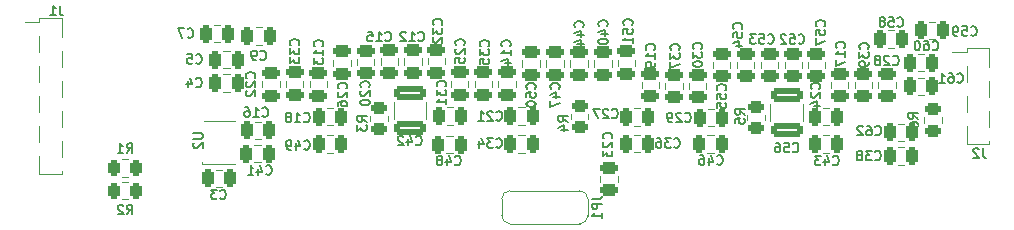
<source format=gbo>
G04 #@! TF.GenerationSoftware,KiCad,Pcbnew,7.0.7-7.0.7~ubuntu22.04.1*
G04 #@! TF.CreationDate,2024-03-13T22:54:31+01:00*
G04 #@! TF.ProjectId,flexaxe,666c6578-6178-4652-9e6b-696361645f70,rev?*
G04 #@! TF.SameCoordinates,Original*
G04 #@! TF.FileFunction,Legend,Bot*
G04 #@! TF.FilePolarity,Positive*
%FSLAX46Y46*%
G04 Gerber Fmt 4.6, Leading zero omitted, Abs format (unit mm)*
G04 Created by KiCad (PCBNEW 7.0.7-7.0.7~ubuntu22.04.1) date 2024-03-13 22:54:31*
%MOMM*%
%LPD*%
G01*
G04 APERTURE LIST*
G04 Aperture macros list*
%AMRoundRect*
0 Rectangle with rounded corners*
0 $1 Rounding radius*
0 $2 $3 $4 $5 $6 $7 $8 $9 X,Y pos of 4 corners*
0 Add a 4 corners polygon primitive as box body*
4,1,4,$2,$3,$4,$5,$6,$7,$8,$9,$2,$3,0*
0 Add four circle primitives for the rounded corners*
1,1,$1+$1,$2,$3*
1,1,$1+$1,$4,$5*
1,1,$1+$1,$6,$7*
1,1,$1+$1,$8,$9*
0 Add four rect primitives between the rounded corners*
20,1,$1+$1,$2,$3,$4,$5,0*
20,1,$1+$1,$4,$5,$6,$7,0*
20,1,$1+$1,$6,$7,$8,$9,0*
20,1,$1+$1,$8,$9,$2,$3,0*%
%AMFreePoly0*
4,1,19,0.500000,-0.750000,0.000000,-0.750000,0.000000,-0.744911,-0.071157,-0.744911,-0.207708,-0.704816,-0.327430,-0.627875,-0.420627,-0.520320,-0.479746,-0.390866,-0.500000,-0.250000,-0.500000,0.250000,-0.479746,0.390866,-0.420627,0.520320,-0.327430,0.627875,-0.207708,0.704816,-0.071157,0.744911,0.000000,0.744911,0.000000,0.750000,0.500000,0.750000,0.500000,-0.750000,0.500000,-0.750000,
$1*%
%AMFreePoly1*
4,1,19,0.000000,0.744911,0.071157,0.744911,0.207708,0.704816,0.327430,0.627875,0.420627,0.520320,0.479746,0.390866,0.500000,0.250000,0.500000,-0.250000,0.479746,-0.390866,0.420627,-0.520320,0.327430,-0.627875,0.207708,-0.704816,0.071157,-0.744911,0.000000,-0.744911,0.000000,-0.750000,-0.500000,-0.750000,-0.500000,0.750000,0.000000,0.750000,0.000000,0.744911,0.000000,0.744911,
$1*%
G04 Aperture macros list end*
%ADD10C,0.150000*%
%ADD11C,0.120000*%
%ADD12C,2.700000*%
%ADD13C,0.900000*%
%ADD14C,8.600000*%
%ADD15RoundRect,0.250000X-0.475000X0.250000X-0.475000X-0.250000X0.475000X-0.250000X0.475000X0.250000X0*%
%ADD16RoundRect,0.250000X-0.250000X-0.475000X0.250000X-0.475000X0.250000X0.475000X-0.250000X0.475000X0*%
%ADD17RoundRect,0.250000X-0.450000X0.262500X-0.450000X-0.262500X0.450000X-0.262500X0.450000X0.262500X0*%
%ADD18RoundRect,0.250000X0.250000X0.475000X-0.250000X0.475000X-0.250000X-0.475000X0.250000X-0.475000X0*%
%ADD19RoundRect,0.250000X-0.262500X-0.450000X0.262500X-0.450000X0.262500X0.450000X-0.262500X0.450000X0*%
%ADD20R,0.900000X1.000000*%
%ADD21RoundRect,0.250000X-1.100000X0.325000X-1.100000X-0.325000X1.100000X-0.325000X1.100000X0.325000X0*%
%ADD22R,1.800000X0.650000*%
%ADD23RoundRect,0.250000X0.475000X-0.250000X0.475000X0.250000X-0.475000X0.250000X-0.475000X-0.250000X0*%
%ADD24RoundRect,0.250000X0.262500X0.450000X-0.262500X0.450000X-0.262500X-0.450000X0.262500X-0.450000X0*%
%ADD25FreePoly0,90.000000*%
%ADD26R,5.000000X1.000000*%
%ADD27FreePoly1,90.000000*%
G04 APERTURE END LIST*
D10*
X137320104Y-76202714D02*
X137358200Y-76164618D01*
X137358200Y-76164618D02*
X137396295Y-76050333D01*
X137396295Y-76050333D02*
X137396295Y-75974142D01*
X137396295Y-75974142D02*
X137358200Y-75859856D01*
X137358200Y-75859856D02*
X137282009Y-75783666D01*
X137282009Y-75783666D02*
X137205819Y-75745571D01*
X137205819Y-75745571D02*
X137053438Y-75707475D01*
X137053438Y-75707475D02*
X136939152Y-75707475D01*
X136939152Y-75707475D02*
X136786771Y-75745571D01*
X136786771Y-75745571D02*
X136710580Y-75783666D01*
X136710580Y-75783666D02*
X136634390Y-75859856D01*
X136634390Y-75859856D02*
X136596295Y-75974142D01*
X136596295Y-75974142D02*
X136596295Y-76050333D01*
X136596295Y-76050333D02*
X136634390Y-76164618D01*
X136634390Y-76164618D02*
X136672485Y-76202714D01*
X136596295Y-76469380D02*
X136596295Y-76964618D01*
X136596295Y-76964618D02*
X136901057Y-76697952D01*
X136901057Y-76697952D02*
X136901057Y-76812237D01*
X136901057Y-76812237D02*
X136939152Y-76888428D01*
X136939152Y-76888428D02*
X136977247Y-76926523D01*
X136977247Y-76926523D02*
X137053438Y-76964618D01*
X137053438Y-76964618D02*
X137243914Y-76964618D01*
X137243914Y-76964618D02*
X137320104Y-76926523D01*
X137320104Y-76926523D02*
X137358200Y-76888428D01*
X137358200Y-76888428D02*
X137396295Y-76812237D01*
X137396295Y-76812237D02*
X137396295Y-76583666D01*
X137396295Y-76583666D02*
X137358200Y-76507475D01*
X137358200Y-76507475D02*
X137320104Y-76469380D01*
X136672485Y-77269380D02*
X136634390Y-77307476D01*
X136634390Y-77307476D02*
X136596295Y-77383666D01*
X136596295Y-77383666D02*
X136596295Y-77574142D01*
X136596295Y-77574142D02*
X136634390Y-77650333D01*
X136634390Y-77650333D02*
X136672485Y-77688428D01*
X136672485Y-77688428D02*
X136748676Y-77726523D01*
X136748676Y-77726523D02*
X136824866Y-77726523D01*
X136824866Y-77726523D02*
X136939152Y-77688428D01*
X136939152Y-77688428D02*
X137396295Y-77231285D01*
X137396295Y-77231285D02*
X137396295Y-77726523D01*
X157941085Y-84366504D02*
X157979181Y-84404600D01*
X157979181Y-84404600D02*
X158093466Y-84442695D01*
X158093466Y-84442695D02*
X158169657Y-84442695D01*
X158169657Y-84442695D02*
X158283943Y-84404600D01*
X158283943Y-84404600D02*
X158360133Y-84328409D01*
X158360133Y-84328409D02*
X158398228Y-84252219D01*
X158398228Y-84252219D02*
X158436324Y-84099838D01*
X158436324Y-84099838D02*
X158436324Y-83985552D01*
X158436324Y-83985552D02*
X158398228Y-83833171D01*
X158398228Y-83833171D02*
X158360133Y-83756980D01*
X158360133Y-83756980D02*
X158283943Y-83680790D01*
X158283943Y-83680790D02*
X158169657Y-83642695D01*
X158169657Y-83642695D02*
X158093466Y-83642695D01*
X158093466Y-83642695D02*
X157979181Y-83680790D01*
X157979181Y-83680790D02*
X157941085Y-83718885D01*
X157636324Y-83718885D02*
X157598228Y-83680790D01*
X157598228Y-83680790D02*
X157522038Y-83642695D01*
X157522038Y-83642695D02*
X157331562Y-83642695D01*
X157331562Y-83642695D02*
X157255371Y-83680790D01*
X157255371Y-83680790D02*
X157217276Y-83718885D01*
X157217276Y-83718885D02*
X157179181Y-83795076D01*
X157179181Y-83795076D02*
X157179181Y-83871266D01*
X157179181Y-83871266D02*
X157217276Y-83985552D01*
X157217276Y-83985552D02*
X157674419Y-84442695D01*
X157674419Y-84442695D02*
X157179181Y-84442695D01*
X156798228Y-84442695D02*
X156645847Y-84442695D01*
X156645847Y-84442695D02*
X156569657Y-84404600D01*
X156569657Y-84404600D02*
X156531561Y-84366504D01*
X156531561Y-84366504D02*
X156455371Y-84252219D01*
X156455371Y-84252219D02*
X156417276Y-84099838D01*
X156417276Y-84099838D02*
X156417276Y-83795076D01*
X156417276Y-83795076D02*
X156455371Y-83718885D01*
X156455371Y-83718885D02*
X156493466Y-83680790D01*
X156493466Y-83680790D02*
X156569657Y-83642695D01*
X156569657Y-83642695D02*
X156722038Y-83642695D01*
X156722038Y-83642695D02*
X156798228Y-83680790D01*
X156798228Y-83680790D02*
X156836323Y-83718885D01*
X156836323Y-83718885D02*
X156874419Y-83795076D01*
X156874419Y-83795076D02*
X156874419Y-83985552D01*
X156874419Y-83985552D02*
X156836323Y-84061742D01*
X156836323Y-84061742D02*
X156798228Y-84099838D01*
X156798228Y-84099838D02*
X156722038Y-84137933D01*
X156722038Y-84137933D02*
X156569657Y-84137933D01*
X156569657Y-84137933D02*
X156493466Y-84099838D01*
X156493466Y-84099838D02*
X156455371Y-84061742D01*
X156455371Y-84061742D02*
X156417276Y-83985552D01*
X181001685Y-81039104D02*
X181039781Y-81077200D01*
X181039781Y-81077200D02*
X181154066Y-81115295D01*
X181154066Y-81115295D02*
X181230257Y-81115295D01*
X181230257Y-81115295D02*
X181344543Y-81077200D01*
X181344543Y-81077200D02*
X181420733Y-81001009D01*
X181420733Y-81001009D02*
X181458828Y-80924819D01*
X181458828Y-80924819D02*
X181496924Y-80772438D01*
X181496924Y-80772438D02*
X181496924Y-80658152D01*
X181496924Y-80658152D02*
X181458828Y-80505771D01*
X181458828Y-80505771D02*
X181420733Y-80429580D01*
X181420733Y-80429580D02*
X181344543Y-80353390D01*
X181344543Y-80353390D02*
X181230257Y-80315295D01*
X181230257Y-80315295D02*
X181154066Y-80315295D01*
X181154066Y-80315295D02*
X181039781Y-80353390D01*
X181039781Y-80353390D02*
X181001685Y-80391485D01*
X180315971Y-80315295D02*
X180468352Y-80315295D01*
X180468352Y-80315295D02*
X180544543Y-80353390D01*
X180544543Y-80353390D02*
X180582638Y-80391485D01*
X180582638Y-80391485D02*
X180658828Y-80505771D01*
X180658828Y-80505771D02*
X180696924Y-80658152D01*
X180696924Y-80658152D02*
X180696924Y-80962914D01*
X180696924Y-80962914D02*
X180658828Y-81039104D01*
X180658828Y-81039104D02*
X180620733Y-81077200D01*
X180620733Y-81077200D02*
X180544543Y-81115295D01*
X180544543Y-81115295D02*
X180392162Y-81115295D01*
X180392162Y-81115295D02*
X180315971Y-81077200D01*
X180315971Y-81077200D02*
X180277876Y-81039104D01*
X180277876Y-81039104D02*
X180239781Y-80962914D01*
X180239781Y-80962914D02*
X180239781Y-80772438D01*
X180239781Y-80772438D02*
X180277876Y-80696247D01*
X180277876Y-80696247D02*
X180315971Y-80658152D01*
X180315971Y-80658152D02*
X180392162Y-80620057D01*
X180392162Y-80620057D02*
X180544543Y-80620057D01*
X180544543Y-80620057D02*
X180620733Y-80658152D01*
X180620733Y-80658152D02*
X180658828Y-80696247D01*
X180658828Y-80696247D02*
X180696924Y-80772438D01*
X179477876Y-81115295D02*
X179935019Y-81115295D01*
X179706447Y-81115295D02*
X179706447Y-80315295D01*
X179706447Y-80315295D02*
X179782638Y-80429580D01*
X179782638Y-80429580D02*
X179858828Y-80505771D01*
X179858828Y-80505771D02*
X179935019Y-80543866D01*
X149280104Y-76415714D02*
X149318200Y-76377618D01*
X149318200Y-76377618D02*
X149356295Y-76263333D01*
X149356295Y-76263333D02*
X149356295Y-76187142D01*
X149356295Y-76187142D02*
X149318200Y-76072856D01*
X149318200Y-76072856D02*
X149242009Y-75996666D01*
X149242009Y-75996666D02*
X149165819Y-75958571D01*
X149165819Y-75958571D02*
X149013438Y-75920475D01*
X149013438Y-75920475D02*
X148899152Y-75920475D01*
X148899152Y-75920475D02*
X148746771Y-75958571D01*
X148746771Y-75958571D02*
X148670580Y-75996666D01*
X148670580Y-75996666D02*
X148594390Y-76072856D01*
X148594390Y-76072856D02*
X148556295Y-76187142D01*
X148556295Y-76187142D02*
X148556295Y-76263333D01*
X148556295Y-76263333D02*
X148594390Y-76377618D01*
X148594390Y-76377618D02*
X148632485Y-76415714D01*
X148822961Y-77101428D02*
X149356295Y-77101428D01*
X148518200Y-76910952D02*
X149089628Y-76720475D01*
X149089628Y-76720475D02*
X149089628Y-77215714D01*
X148822961Y-77863333D02*
X149356295Y-77863333D01*
X148518200Y-77672857D02*
X149089628Y-77482380D01*
X149089628Y-77482380D02*
X149089628Y-77977619D01*
X129270104Y-81602714D02*
X129308200Y-81564618D01*
X129308200Y-81564618D02*
X129346295Y-81450333D01*
X129346295Y-81450333D02*
X129346295Y-81374142D01*
X129346295Y-81374142D02*
X129308200Y-81259856D01*
X129308200Y-81259856D02*
X129232009Y-81183666D01*
X129232009Y-81183666D02*
X129155819Y-81145571D01*
X129155819Y-81145571D02*
X129003438Y-81107475D01*
X129003438Y-81107475D02*
X128889152Y-81107475D01*
X128889152Y-81107475D02*
X128736771Y-81145571D01*
X128736771Y-81145571D02*
X128660580Y-81183666D01*
X128660580Y-81183666D02*
X128584390Y-81259856D01*
X128584390Y-81259856D02*
X128546295Y-81374142D01*
X128546295Y-81374142D02*
X128546295Y-81450333D01*
X128546295Y-81450333D02*
X128584390Y-81564618D01*
X128584390Y-81564618D02*
X128622485Y-81602714D01*
X128622485Y-81907475D02*
X128584390Y-81945571D01*
X128584390Y-81945571D02*
X128546295Y-82021761D01*
X128546295Y-82021761D02*
X128546295Y-82212237D01*
X128546295Y-82212237D02*
X128584390Y-82288428D01*
X128584390Y-82288428D02*
X128622485Y-82326523D01*
X128622485Y-82326523D02*
X128698676Y-82364618D01*
X128698676Y-82364618D02*
X128774866Y-82364618D01*
X128774866Y-82364618D02*
X128889152Y-82326523D01*
X128889152Y-82326523D02*
X129346295Y-81869380D01*
X129346295Y-81869380D02*
X129346295Y-82364618D01*
X128546295Y-83050333D02*
X128546295Y-82897952D01*
X128546295Y-82897952D02*
X128584390Y-82821761D01*
X128584390Y-82821761D02*
X128622485Y-82783666D01*
X128622485Y-82783666D02*
X128736771Y-82707476D01*
X128736771Y-82707476D02*
X128889152Y-82669380D01*
X128889152Y-82669380D02*
X129193914Y-82669380D01*
X129193914Y-82669380D02*
X129270104Y-82707476D01*
X129270104Y-82707476D02*
X129308200Y-82745571D01*
X129308200Y-82745571D02*
X129346295Y-82821761D01*
X129346295Y-82821761D02*
X129346295Y-82974142D01*
X129346295Y-82974142D02*
X129308200Y-83050333D01*
X129308200Y-83050333D02*
X129270104Y-83088428D01*
X129270104Y-83088428D02*
X129193914Y-83126523D01*
X129193914Y-83126523D02*
X129003438Y-83126523D01*
X129003438Y-83126523D02*
X128927247Y-83088428D01*
X128927247Y-83088428D02*
X128889152Y-83050333D01*
X128889152Y-83050333D02*
X128851057Y-82974142D01*
X128851057Y-82974142D02*
X128851057Y-82821761D01*
X128851057Y-82821761D02*
X128889152Y-82745571D01*
X128889152Y-82745571D02*
X128927247Y-82707476D01*
X128927247Y-82707476D02*
X129003438Y-82669380D01*
X174044685Y-85508104D02*
X174082781Y-85546200D01*
X174082781Y-85546200D02*
X174197066Y-85584295D01*
X174197066Y-85584295D02*
X174273257Y-85584295D01*
X174273257Y-85584295D02*
X174387543Y-85546200D01*
X174387543Y-85546200D02*
X174463733Y-85470009D01*
X174463733Y-85470009D02*
X174501828Y-85393819D01*
X174501828Y-85393819D02*
X174539924Y-85241438D01*
X174539924Y-85241438D02*
X174539924Y-85127152D01*
X174539924Y-85127152D02*
X174501828Y-84974771D01*
X174501828Y-84974771D02*
X174463733Y-84898580D01*
X174463733Y-84898580D02*
X174387543Y-84822390D01*
X174387543Y-84822390D02*
X174273257Y-84784295D01*
X174273257Y-84784295D02*
X174197066Y-84784295D01*
X174197066Y-84784295D02*
X174082781Y-84822390D01*
X174082781Y-84822390D02*
X174044685Y-84860485D01*
X173358971Y-84784295D02*
X173511352Y-84784295D01*
X173511352Y-84784295D02*
X173587543Y-84822390D01*
X173587543Y-84822390D02*
X173625638Y-84860485D01*
X173625638Y-84860485D02*
X173701828Y-84974771D01*
X173701828Y-84974771D02*
X173739924Y-85127152D01*
X173739924Y-85127152D02*
X173739924Y-85431914D01*
X173739924Y-85431914D02*
X173701828Y-85508104D01*
X173701828Y-85508104D02*
X173663733Y-85546200D01*
X173663733Y-85546200D02*
X173587543Y-85584295D01*
X173587543Y-85584295D02*
X173435162Y-85584295D01*
X173435162Y-85584295D02*
X173358971Y-85546200D01*
X173358971Y-85546200D02*
X173320876Y-85508104D01*
X173320876Y-85508104D02*
X173282781Y-85431914D01*
X173282781Y-85431914D02*
X173282781Y-85241438D01*
X173282781Y-85241438D02*
X173320876Y-85165247D01*
X173320876Y-85165247D02*
X173358971Y-85127152D01*
X173358971Y-85127152D02*
X173435162Y-85089057D01*
X173435162Y-85089057D02*
X173587543Y-85089057D01*
X173587543Y-85089057D02*
X173663733Y-85127152D01*
X173663733Y-85127152D02*
X173701828Y-85165247D01*
X173701828Y-85165247D02*
X173739924Y-85241438D01*
X172978019Y-84860485D02*
X172939923Y-84822390D01*
X172939923Y-84822390D02*
X172863733Y-84784295D01*
X172863733Y-84784295D02*
X172673257Y-84784295D01*
X172673257Y-84784295D02*
X172597066Y-84822390D01*
X172597066Y-84822390D02*
X172558971Y-84860485D01*
X172558971Y-84860485D02*
X172520876Y-84936676D01*
X172520876Y-84936676D02*
X172520876Y-85012866D01*
X172520876Y-85012866D02*
X172558971Y-85127152D01*
X172558971Y-85127152D02*
X173016114Y-85584295D01*
X173016114Y-85584295D02*
X172520876Y-85584295D01*
X177650295Y-84152167D02*
X177269342Y-83885500D01*
X177650295Y-83695024D02*
X176850295Y-83695024D01*
X176850295Y-83695024D02*
X176850295Y-83999786D01*
X176850295Y-83999786D02*
X176888390Y-84075976D01*
X176888390Y-84075976D02*
X176926485Y-84114071D01*
X176926485Y-84114071D02*
X177002676Y-84152167D01*
X177002676Y-84152167D02*
X177116961Y-84152167D01*
X177116961Y-84152167D02*
X177193152Y-84114071D01*
X177193152Y-84114071D02*
X177231247Y-84075976D01*
X177231247Y-84075976D02*
X177269342Y-83999786D01*
X177269342Y-83999786D02*
X177269342Y-83695024D01*
X176850295Y-84837881D02*
X176850295Y-84685500D01*
X176850295Y-84685500D02*
X176888390Y-84609309D01*
X176888390Y-84609309D02*
X176926485Y-84571214D01*
X176926485Y-84571214D02*
X177040771Y-84495024D01*
X177040771Y-84495024D02*
X177193152Y-84456928D01*
X177193152Y-84456928D02*
X177497914Y-84456928D01*
X177497914Y-84456928D02*
X177574104Y-84495024D01*
X177574104Y-84495024D02*
X177612200Y-84533119D01*
X177612200Y-84533119D02*
X177650295Y-84609309D01*
X177650295Y-84609309D02*
X177650295Y-84761690D01*
X177650295Y-84761690D02*
X177612200Y-84837881D01*
X177612200Y-84837881D02*
X177574104Y-84875976D01*
X177574104Y-84875976D02*
X177497914Y-84914071D01*
X177497914Y-84914071D02*
X177307438Y-84914071D01*
X177307438Y-84914071D02*
X177231247Y-84875976D01*
X177231247Y-84875976D02*
X177193152Y-84837881D01*
X177193152Y-84837881D02*
X177155057Y-84761690D01*
X177155057Y-84761690D02*
X177155057Y-84609309D01*
X177155057Y-84609309D02*
X177193152Y-84533119D01*
X177193152Y-84533119D02*
X177231247Y-84495024D01*
X177231247Y-84495024D02*
X177307438Y-84456928D01*
X130996295Y-84416667D02*
X130615342Y-84150000D01*
X130996295Y-83959524D02*
X130196295Y-83959524D01*
X130196295Y-83959524D02*
X130196295Y-84264286D01*
X130196295Y-84264286D02*
X130234390Y-84340476D01*
X130234390Y-84340476D02*
X130272485Y-84378571D01*
X130272485Y-84378571D02*
X130348676Y-84416667D01*
X130348676Y-84416667D02*
X130462961Y-84416667D01*
X130462961Y-84416667D02*
X130539152Y-84378571D01*
X130539152Y-84378571D02*
X130577247Y-84340476D01*
X130577247Y-84340476D02*
X130615342Y-84264286D01*
X130615342Y-84264286D02*
X130615342Y-83959524D01*
X130196295Y-84683333D02*
X130196295Y-85178571D01*
X130196295Y-85178571D02*
X130501057Y-84911905D01*
X130501057Y-84911905D02*
X130501057Y-85026190D01*
X130501057Y-85026190D02*
X130539152Y-85102381D01*
X130539152Y-85102381D02*
X130577247Y-85140476D01*
X130577247Y-85140476D02*
X130653438Y-85178571D01*
X130653438Y-85178571D02*
X130843914Y-85178571D01*
X130843914Y-85178571D02*
X130920104Y-85140476D01*
X130920104Y-85140476D02*
X130958200Y-85102381D01*
X130958200Y-85102381D02*
X130996295Y-85026190D01*
X130996295Y-85026190D02*
X130996295Y-84797619D01*
X130996295Y-84797619D02*
X130958200Y-84721428D01*
X130958200Y-84721428D02*
X130920104Y-84683333D01*
X141270104Y-78035714D02*
X141308200Y-77997618D01*
X141308200Y-77997618D02*
X141346295Y-77883333D01*
X141346295Y-77883333D02*
X141346295Y-77807142D01*
X141346295Y-77807142D02*
X141308200Y-77692856D01*
X141308200Y-77692856D02*
X141232009Y-77616666D01*
X141232009Y-77616666D02*
X141155819Y-77578571D01*
X141155819Y-77578571D02*
X141003438Y-77540475D01*
X141003438Y-77540475D02*
X140889152Y-77540475D01*
X140889152Y-77540475D02*
X140736771Y-77578571D01*
X140736771Y-77578571D02*
X140660580Y-77616666D01*
X140660580Y-77616666D02*
X140584390Y-77692856D01*
X140584390Y-77692856D02*
X140546295Y-77807142D01*
X140546295Y-77807142D02*
X140546295Y-77883333D01*
X140546295Y-77883333D02*
X140584390Y-77997618D01*
X140584390Y-77997618D02*
X140622485Y-78035714D01*
X140546295Y-78302380D02*
X140546295Y-78797618D01*
X140546295Y-78797618D02*
X140851057Y-78530952D01*
X140851057Y-78530952D02*
X140851057Y-78645237D01*
X140851057Y-78645237D02*
X140889152Y-78721428D01*
X140889152Y-78721428D02*
X140927247Y-78759523D01*
X140927247Y-78759523D02*
X141003438Y-78797618D01*
X141003438Y-78797618D02*
X141193914Y-78797618D01*
X141193914Y-78797618D02*
X141270104Y-78759523D01*
X141270104Y-78759523D02*
X141308200Y-78721428D01*
X141308200Y-78721428D02*
X141346295Y-78645237D01*
X141346295Y-78645237D02*
X141346295Y-78416666D01*
X141346295Y-78416666D02*
X141308200Y-78340475D01*
X141308200Y-78340475D02*
X141270104Y-78302380D01*
X140546295Y-79521428D02*
X140546295Y-79140476D01*
X140546295Y-79140476D02*
X140927247Y-79102380D01*
X140927247Y-79102380D02*
X140889152Y-79140476D01*
X140889152Y-79140476D02*
X140851057Y-79216666D01*
X140851057Y-79216666D02*
X140851057Y-79407142D01*
X140851057Y-79407142D02*
X140889152Y-79483333D01*
X140889152Y-79483333D02*
X140927247Y-79521428D01*
X140927247Y-79521428D02*
X141003438Y-79559523D01*
X141003438Y-79559523D02*
X141193914Y-79559523D01*
X141193914Y-79559523D02*
X141270104Y-79521428D01*
X141270104Y-79521428D02*
X141308200Y-79483333D01*
X141308200Y-79483333D02*
X141346295Y-79407142D01*
X141346295Y-79407142D02*
X141346295Y-79216666D01*
X141346295Y-79216666D02*
X141308200Y-79140476D01*
X141308200Y-79140476D02*
X141270104Y-79102380D01*
X145213104Y-81618714D02*
X145251200Y-81580618D01*
X145251200Y-81580618D02*
X145289295Y-81466333D01*
X145289295Y-81466333D02*
X145289295Y-81390142D01*
X145289295Y-81390142D02*
X145251200Y-81275856D01*
X145251200Y-81275856D02*
X145175009Y-81199666D01*
X145175009Y-81199666D02*
X145098819Y-81161571D01*
X145098819Y-81161571D02*
X144946438Y-81123475D01*
X144946438Y-81123475D02*
X144832152Y-81123475D01*
X144832152Y-81123475D02*
X144679771Y-81161571D01*
X144679771Y-81161571D02*
X144603580Y-81199666D01*
X144603580Y-81199666D02*
X144527390Y-81275856D01*
X144527390Y-81275856D02*
X144489295Y-81390142D01*
X144489295Y-81390142D02*
X144489295Y-81466333D01*
X144489295Y-81466333D02*
X144527390Y-81580618D01*
X144527390Y-81580618D02*
X144565485Y-81618714D01*
X144489295Y-82342523D02*
X144489295Y-81961571D01*
X144489295Y-81961571D02*
X144870247Y-81923475D01*
X144870247Y-81923475D02*
X144832152Y-81961571D01*
X144832152Y-81961571D02*
X144794057Y-82037761D01*
X144794057Y-82037761D02*
X144794057Y-82228237D01*
X144794057Y-82228237D02*
X144832152Y-82304428D01*
X144832152Y-82304428D02*
X144870247Y-82342523D01*
X144870247Y-82342523D02*
X144946438Y-82380618D01*
X144946438Y-82380618D02*
X145136914Y-82380618D01*
X145136914Y-82380618D02*
X145213104Y-82342523D01*
X145213104Y-82342523D02*
X145251200Y-82304428D01*
X145251200Y-82304428D02*
X145289295Y-82228237D01*
X145289295Y-82228237D02*
X145289295Y-82037761D01*
X145289295Y-82037761D02*
X145251200Y-81961571D01*
X145251200Y-81961571D02*
X145213104Y-81923475D01*
X144489295Y-82875857D02*
X144489295Y-82952047D01*
X144489295Y-82952047D02*
X144527390Y-83028238D01*
X144527390Y-83028238D02*
X144565485Y-83066333D01*
X144565485Y-83066333D02*
X144641676Y-83104428D01*
X144641676Y-83104428D02*
X144794057Y-83142523D01*
X144794057Y-83142523D02*
X144984533Y-83142523D01*
X144984533Y-83142523D02*
X145136914Y-83104428D01*
X145136914Y-83104428D02*
X145213104Y-83066333D01*
X145213104Y-83066333D02*
X145251200Y-83028238D01*
X145251200Y-83028238D02*
X145289295Y-82952047D01*
X145289295Y-82952047D02*
X145289295Y-82875857D01*
X145289295Y-82875857D02*
X145251200Y-82799666D01*
X145251200Y-82799666D02*
X145213104Y-82761571D01*
X145213104Y-82761571D02*
X145136914Y-82723476D01*
X145136914Y-82723476D02*
X144984533Y-82685380D01*
X144984533Y-82685380D02*
X144794057Y-82685380D01*
X144794057Y-82685380D02*
X144641676Y-82723476D01*
X144641676Y-82723476D02*
X144565485Y-82761571D01*
X144565485Y-82761571D02*
X144527390Y-82799666D01*
X144527390Y-82799666D02*
X144489295Y-82875857D01*
X122448285Y-88836104D02*
X122486381Y-88874200D01*
X122486381Y-88874200D02*
X122600666Y-88912295D01*
X122600666Y-88912295D02*
X122676857Y-88912295D01*
X122676857Y-88912295D02*
X122791143Y-88874200D01*
X122791143Y-88874200D02*
X122867333Y-88798009D01*
X122867333Y-88798009D02*
X122905428Y-88721819D01*
X122905428Y-88721819D02*
X122943524Y-88569438D01*
X122943524Y-88569438D02*
X122943524Y-88455152D01*
X122943524Y-88455152D02*
X122905428Y-88302771D01*
X122905428Y-88302771D02*
X122867333Y-88226580D01*
X122867333Y-88226580D02*
X122791143Y-88150390D01*
X122791143Y-88150390D02*
X122676857Y-88112295D01*
X122676857Y-88112295D02*
X122600666Y-88112295D01*
X122600666Y-88112295D02*
X122486381Y-88150390D01*
X122486381Y-88150390D02*
X122448285Y-88188485D01*
X121762571Y-88378961D02*
X121762571Y-88912295D01*
X121953047Y-88074200D02*
X122143524Y-88645628D01*
X122143524Y-88645628D02*
X121648285Y-88645628D01*
X120924476Y-88912295D02*
X121381619Y-88912295D01*
X121153047Y-88912295D02*
X121153047Y-88112295D01*
X121153047Y-88112295D02*
X121229238Y-88226580D01*
X121229238Y-88226580D02*
X121305428Y-88302771D01*
X121305428Y-88302771D02*
X121381619Y-88340866D01*
X162996295Y-83816667D02*
X162615342Y-83550000D01*
X162996295Y-83359524D02*
X162196295Y-83359524D01*
X162196295Y-83359524D02*
X162196295Y-83664286D01*
X162196295Y-83664286D02*
X162234390Y-83740476D01*
X162234390Y-83740476D02*
X162272485Y-83778571D01*
X162272485Y-83778571D02*
X162348676Y-83816667D01*
X162348676Y-83816667D02*
X162462961Y-83816667D01*
X162462961Y-83816667D02*
X162539152Y-83778571D01*
X162539152Y-83778571D02*
X162577247Y-83740476D01*
X162577247Y-83740476D02*
X162615342Y-83664286D01*
X162615342Y-83664286D02*
X162615342Y-83359524D01*
X162196295Y-84540476D02*
X162196295Y-84159524D01*
X162196295Y-84159524D02*
X162577247Y-84121428D01*
X162577247Y-84121428D02*
X162539152Y-84159524D01*
X162539152Y-84159524D02*
X162501057Y-84235714D01*
X162501057Y-84235714D02*
X162501057Y-84426190D01*
X162501057Y-84426190D02*
X162539152Y-84502381D01*
X162539152Y-84502381D02*
X162577247Y-84540476D01*
X162577247Y-84540476D02*
X162653438Y-84578571D01*
X162653438Y-84578571D02*
X162843914Y-84578571D01*
X162843914Y-84578571D02*
X162920104Y-84540476D01*
X162920104Y-84540476D02*
X162958200Y-84502381D01*
X162958200Y-84502381D02*
X162996295Y-84426190D01*
X162996295Y-84426190D02*
X162996295Y-84235714D01*
X162996295Y-84235714D02*
X162958200Y-84159524D01*
X162958200Y-84159524D02*
X162920104Y-84121428D01*
X160648285Y-87986104D02*
X160686381Y-88024200D01*
X160686381Y-88024200D02*
X160800666Y-88062295D01*
X160800666Y-88062295D02*
X160876857Y-88062295D01*
X160876857Y-88062295D02*
X160991143Y-88024200D01*
X160991143Y-88024200D02*
X161067333Y-87948009D01*
X161067333Y-87948009D02*
X161105428Y-87871819D01*
X161105428Y-87871819D02*
X161143524Y-87719438D01*
X161143524Y-87719438D02*
X161143524Y-87605152D01*
X161143524Y-87605152D02*
X161105428Y-87452771D01*
X161105428Y-87452771D02*
X161067333Y-87376580D01*
X161067333Y-87376580D02*
X160991143Y-87300390D01*
X160991143Y-87300390D02*
X160876857Y-87262295D01*
X160876857Y-87262295D02*
X160800666Y-87262295D01*
X160800666Y-87262295D02*
X160686381Y-87300390D01*
X160686381Y-87300390D02*
X160648285Y-87338485D01*
X159962571Y-87528961D02*
X159962571Y-88062295D01*
X160153047Y-87224200D02*
X160343524Y-87795628D01*
X160343524Y-87795628D02*
X159848285Y-87795628D01*
X159200666Y-87262295D02*
X159353047Y-87262295D01*
X159353047Y-87262295D02*
X159429238Y-87300390D01*
X159429238Y-87300390D02*
X159467333Y-87338485D01*
X159467333Y-87338485D02*
X159543523Y-87452771D01*
X159543523Y-87452771D02*
X159581619Y-87605152D01*
X159581619Y-87605152D02*
X159581619Y-87909914D01*
X159581619Y-87909914D02*
X159543523Y-87986104D01*
X159543523Y-87986104D02*
X159505428Y-88024200D01*
X159505428Y-88024200D02*
X159429238Y-88062295D01*
X159429238Y-88062295D02*
X159276857Y-88062295D01*
X159276857Y-88062295D02*
X159200666Y-88024200D01*
X159200666Y-88024200D02*
X159162571Y-87986104D01*
X159162571Y-87986104D02*
X159124476Y-87909914D01*
X159124476Y-87909914D02*
X159124476Y-87719438D01*
X159124476Y-87719438D02*
X159162571Y-87643247D01*
X159162571Y-87643247D02*
X159200666Y-87605152D01*
X159200666Y-87605152D02*
X159276857Y-87567057D01*
X159276857Y-87567057D02*
X159429238Y-87567057D01*
X159429238Y-87567057D02*
X159505428Y-87605152D01*
X159505428Y-87605152D02*
X159543523Y-87643247D01*
X159543523Y-87643247D02*
X159581619Y-87719438D01*
X173420104Y-78235714D02*
X173458200Y-78197618D01*
X173458200Y-78197618D02*
X173496295Y-78083333D01*
X173496295Y-78083333D02*
X173496295Y-78007142D01*
X173496295Y-78007142D02*
X173458200Y-77892856D01*
X173458200Y-77892856D02*
X173382009Y-77816666D01*
X173382009Y-77816666D02*
X173305819Y-77778571D01*
X173305819Y-77778571D02*
X173153438Y-77740475D01*
X173153438Y-77740475D02*
X173039152Y-77740475D01*
X173039152Y-77740475D02*
X172886771Y-77778571D01*
X172886771Y-77778571D02*
X172810580Y-77816666D01*
X172810580Y-77816666D02*
X172734390Y-77892856D01*
X172734390Y-77892856D02*
X172696295Y-78007142D01*
X172696295Y-78007142D02*
X172696295Y-78083333D01*
X172696295Y-78083333D02*
X172734390Y-78197618D01*
X172734390Y-78197618D02*
X172772485Y-78235714D01*
X172696295Y-78502380D02*
X172696295Y-78997618D01*
X172696295Y-78997618D02*
X173001057Y-78730952D01*
X173001057Y-78730952D02*
X173001057Y-78845237D01*
X173001057Y-78845237D02*
X173039152Y-78921428D01*
X173039152Y-78921428D02*
X173077247Y-78959523D01*
X173077247Y-78959523D02*
X173153438Y-78997618D01*
X173153438Y-78997618D02*
X173343914Y-78997618D01*
X173343914Y-78997618D02*
X173420104Y-78959523D01*
X173420104Y-78959523D02*
X173458200Y-78921428D01*
X173458200Y-78921428D02*
X173496295Y-78845237D01*
X173496295Y-78845237D02*
X173496295Y-78616666D01*
X173496295Y-78616666D02*
X173458200Y-78540475D01*
X173458200Y-78540475D02*
X173420104Y-78502380D01*
X173496295Y-79378571D02*
X173496295Y-79530952D01*
X173496295Y-79530952D02*
X173458200Y-79607142D01*
X173458200Y-79607142D02*
X173420104Y-79645238D01*
X173420104Y-79645238D02*
X173305819Y-79721428D01*
X173305819Y-79721428D02*
X173153438Y-79759523D01*
X173153438Y-79759523D02*
X172848676Y-79759523D01*
X172848676Y-79759523D02*
X172772485Y-79721428D01*
X172772485Y-79721428D02*
X172734390Y-79683333D01*
X172734390Y-79683333D02*
X172696295Y-79607142D01*
X172696295Y-79607142D02*
X172696295Y-79454761D01*
X172696295Y-79454761D02*
X172734390Y-79378571D01*
X172734390Y-79378571D02*
X172772485Y-79340476D01*
X172772485Y-79340476D02*
X172848676Y-79302380D01*
X172848676Y-79302380D02*
X173039152Y-79302380D01*
X173039152Y-79302380D02*
X173115342Y-79340476D01*
X173115342Y-79340476D02*
X173153438Y-79378571D01*
X173153438Y-79378571D02*
X173191533Y-79454761D01*
X173191533Y-79454761D02*
X173191533Y-79607142D01*
X173191533Y-79607142D02*
X173153438Y-79683333D01*
X173153438Y-79683333D02*
X173115342Y-79721428D01*
X173115342Y-79721428D02*
X173039152Y-79759523D01*
X155320104Y-78335714D02*
X155358200Y-78297618D01*
X155358200Y-78297618D02*
X155396295Y-78183333D01*
X155396295Y-78183333D02*
X155396295Y-78107142D01*
X155396295Y-78107142D02*
X155358200Y-77992856D01*
X155358200Y-77992856D02*
X155282009Y-77916666D01*
X155282009Y-77916666D02*
X155205819Y-77878571D01*
X155205819Y-77878571D02*
X155053438Y-77840475D01*
X155053438Y-77840475D02*
X154939152Y-77840475D01*
X154939152Y-77840475D02*
X154786771Y-77878571D01*
X154786771Y-77878571D02*
X154710580Y-77916666D01*
X154710580Y-77916666D02*
X154634390Y-77992856D01*
X154634390Y-77992856D02*
X154596295Y-78107142D01*
X154596295Y-78107142D02*
X154596295Y-78183333D01*
X154596295Y-78183333D02*
X154634390Y-78297618D01*
X154634390Y-78297618D02*
X154672485Y-78335714D01*
X155396295Y-79097618D02*
X155396295Y-78640475D01*
X155396295Y-78869047D02*
X154596295Y-78869047D01*
X154596295Y-78869047D02*
X154710580Y-78792856D01*
X154710580Y-78792856D02*
X154786771Y-78716666D01*
X154786771Y-78716666D02*
X154824866Y-78640475D01*
X155396295Y-79478571D02*
X155396295Y-79630952D01*
X155396295Y-79630952D02*
X155358200Y-79707142D01*
X155358200Y-79707142D02*
X155320104Y-79745238D01*
X155320104Y-79745238D02*
X155205819Y-79821428D01*
X155205819Y-79821428D02*
X155053438Y-79859523D01*
X155053438Y-79859523D02*
X154748676Y-79859523D01*
X154748676Y-79859523D02*
X154672485Y-79821428D01*
X154672485Y-79821428D02*
X154634390Y-79783333D01*
X154634390Y-79783333D02*
X154596295Y-79707142D01*
X154596295Y-79707142D02*
X154596295Y-79554761D01*
X154596295Y-79554761D02*
X154634390Y-79478571D01*
X154634390Y-79478571D02*
X154672485Y-79440476D01*
X154672485Y-79440476D02*
X154748676Y-79402380D01*
X154748676Y-79402380D02*
X154939152Y-79402380D01*
X154939152Y-79402380D02*
X155015342Y-79440476D01*
X155015342Y-79440476D02*
X155053438Y-79478571D01*
X155053438Y-79478571D02*
X155091533Y-79554761D01*
X155091533Y-79554761D02*
X155091533Y-79707142D01*
X155091533Y-79707142D02*
X155053438Y-79783333D01*
X155053438Y-79783333D02*
X155015342Y-79821428D01*
X155015342Y-79821428D02*
X154939152Y-79859523D01*
X159320104Y-78235714D02*
X159358200Y-78197618D01*
X159358200Y-78197618D02*
X159396295Y-78083333D01*
X159396295Y-78083333D02*
X159396295Y-78007142D01*
X159396295Y-78007142D02*
X159358200Y-77892856D01*
X159358200Y-77892856D02*
X159282009Y-77816666D01*
X159282009Y-77816666D02*
X159205819Y-77778571D01*
X159205819Y-77778571D02*
X159053438Y-77740475D01*
X159053438Y-77740475D02*
X158939152Y-77740475D01*
X158939152Y-77740475D02*
X158786771Y-77778571D01*
X158786771Y-77778571D02*
X158710580Y-77816666D01*
X158710580Y-77816666D02*
X158634390Y-77892856D01*
X158634390Y-77892856D02*
X158596295Y-78007142D01*
X158596295Y-78007142D02*
X158596295Y-78083333D01*
X158596295Y-78083333D02*
X158634390Y-78197618D01*
X158634390Y-78197618D02*
X158672485Y-78235714D01*
X158596295Y-78502380D02*
X158596295Y-78997618D01*
X158596295Y-78997618D02*
X158901057Y-78730952D01*
X158901057Y-78730952D02*
X158901057Y-78845237D01*
X158901057Y-78845237D02*
X158939152Y-78921428D01*
X158939152Y-78921428D02*
X158977247Y-78959523D01*
X158977247Y-78959523D02*
X159053438Y-78997618D01*
X159053438Y-78997618D02*
X159243914Y-78997618D01*
X159243914Y-78997618D02*
X159320104Y-78959523D01*
X159320104Y-78959523D02*
X159358200Y-78921428D01*
X159358200Y-78921428D02*
X159396295Y-78845237D01*
X159396295Y-78845237D02*
X159396295Y-78616666D01*
X159396295Y-78616666D02*
X159358200Y-78540475D01*
X159358200Y-78540475D02*
X159320104Y-78502380D01*
X158596295Y-79492857D02*
X158596295Y-79569047D01*
X158596295Y-79569047D02*
X158634390Y-79645238D01*
X158634390Y-79645238D02*
X158672485Y-79683333D01*
X158672485Y-79683333D02*
X158748676Y-79721428D01*
X158748676Y-79721428D02*
X158901057Y-79759523D01*
X158901057Y-79759523D02*
X159091533Y-79759523D01*
X159091533Y-79759523D02*
X159243914Y-79721428D01*
X159243914Y-79721428D02*
X159320104Y-79683333D01*
X159320104Y-79683333D02*
X159358200Y-79645238D01*
X159358200Y-79645238D02*
X159396295Y-79569047D01*
X159396295Y-79569047D02*
X159396295Y-79492857D01*
X159396295Y-79492857D02*
X159358200Y-79416666D01*
X159358200Y-79416666D02*
X159320104Y-79378571D01*
X159320104Y-79378571D02*
X159243914Y-79340476D01*
X159243914Y-79340476D02*
X159091533Y-79302380D01*
X159091533Y-79302380D02*
X158901057Y-79302380D01*
X158901057Y-79302380D02*
X158748676Y-79340476D01*
X158748676Y-79340476D02*
X158672485Y-79378571D01*
X158672485Y-79378571D02*
X158634390Y-79416666D01*
X158634390Y-79416666D02*
X158596295Y-79492857D01*
X171420104Y-78135714D02*
X171458200Y-78097618D01*
X171458200Y-78097618D02*
X171496295Y-77983333D01*
X171496295Y-77983333D02*
X171496295Y-77907142D01*
X171496295Y-77907142D02*
X171458200Y-77792856D01*
X171458200Y-77792856D02*
X171382009Y-77716666D01*
X171382009Y-77716666D02*
X171305819Y-77678571D01*
X171305819Y-77678571D02*
X171153438Y-77640475D01*
X171153438Y-77640475D02*
X171039152Y-77640475D01*
X171039152Y-77640475D02*
X170886771Y-77678571D01*
X170886771Y-77678571D02*
X170810580Y-77716666D01*
X170810580Y-77716666D02*
X170734390Y-77792856D01*
X170734390Y-77792856D02*
X170696295Y-77907142D01*
X170696295Y-77907142D02*
X170696295Y-77983333D01*
X170696295Y-77983333D02*
X170734390Y-78097618D01*
X170734390Y-78097618D02*
X170772485Y-78135714D01*
X171496295Y-78897618D02*
X171496295Y-78440475D01*
X171496295Y-78669047D02*
X170696295Y-78669047D01*
X170696295Y-78669047D02*
X170810580Y-78592856D01*
X170810580Y-78592856D02*
X170886771Y-78516666D01*
X170886771Y-78516666D02*
X170924866Y-78440475D01*
X170696295Y-79164285D02*
X170696295Y-79697619D01*
X170696295Y-79697619D02*
X171496295Y-79354761D01*
X125683085Y-86701704D02*
X125721181Y-86739800D01*
X125721181Y-86739800D02*
X125835466Y-86777895D01*
X125835466Y-86777895D02*
X125911657Y-86777895D01*
X125911657Y-86777895D02*
X126025943Y-86739800D01*
X126025943Y-86739800D02*
X126102133Y-86663609D01*
X126102133Y-86663609D02*
X126140228Y-86587419D01*
X126140228Y-86587419D02*
X126178324Y-86435038D01*
X126178324Y-86435038D02*
X126178324Y-86320752D01*
X126178324Y-86320752D02*
X126140228Y-86168371D01*
X126140228Y-86168371D02*
X126102133Y-86092180D01*
X126102133Y-86092180D02*
X126025943Y-86015990D01*
X126025943Y-86015990D02*
X125911657Y-85977895D01*
X125911657Y-85977895D02*
X125835466Y-85977895D01*
X125835466Y-85977895D02*
X125721181Y-86015990D01*
X125721181Y-86015990D02*
X125683085Y-86054085D01*
X124997371Y-86244561D02*
X124997371Y-86777895D01*
X125187847Y-85939800D02*
X125378324Y-86511228D01*
X125378324Y-86511228D02*
X124883085Y-86511228D01*
X124540228Y-86777895D02*
X124387847Y-86777895D01*
X124387847Y-86777895D02*
X124311657Y-86739800D01*
X124311657Y-86739800D02*
X124273561Y-86701704D01*
X124273561Y-86701704D02*
X124197371Y-86587419D01*
X124197371Y-86587419D02*
X124159276Y-86435038D01*
X124159276Y-86435038D02*
X124159276Y-86130276D01*
X124159276Y-86130276D02*
X124197371Y-86054085D01*
X124197371Y-86054085D02*
X124235466Y-86015990D01*
X124235466Y-86015990D02*
X124311657Y-85977895D01*
X124311657Y-85977895D02*
X124464038Y-85977895D01*
X124464038Y-85977895D02*
X124540228Y-86015990D01*
X124540228Y-86015990D02*
X124578323Y-86054085D01*
X124578323Y-86054085D02*
X124616419Y-86130276D01*
X124616419Y-86130276D02*
X124616419Y-86320752D01*
X124616419Y-86320752D02*
X124578323Y-86396942D01*
X124578323Y-86396942D02*
X124540228Y-86435038D01*
X124540228Y-86435038D02*
X124464038Y-86473133D01*
X124464038Y-86473133D02*
X124311657Y-86473133D01*
X124311657Y-86473133D02*
X124235466Y-86435038D01*
X124235466Y-86435038D02*
X124197371Y-86396942D01*
X124197371Y-86396942D02*
X124159276Y-86320752D01*
X151320104Y-76335714D02*
X151358200Y-76297618D01*
X151358200Y-76297618D02*
X151396295Y-76183333D01*
X151396295Y-76183333D02*
X151396295Y-76107142D01*
X151396295Y-76107142D02*
X151358200Y-75992856D01*
X151358200Y-75992856D02*
X151282009Y-75916666D01*
X151282009Y-75916666D02*
X151205819Y-75878571D01*
X151205819Y-75878571D02*
X151053438Y-75840475D01*
X151053438Y-75840475D02*
X150939152Y-75840475D01*
X150939152Y-75840475D02*
X150786771Y-75878571D01*
X150786771Y-75878571D02*
X150710580Y-75916666D01*
X150710580Y-75916666D02*
X150634390Y-75992856D01*
X150634390Y-75992856D02*
X150596295Y-76107142D01*
X150596295Y-76107142D02*
X150596295Y-76183333D01*
X150596295Y-76183333D02*
X150634390Y-76297618D01*
X150634390Y-76297618D02*
X150672485Y-76335714D01*
X150862961Y-77021428D02*
X151396295Y-77021428D01*
X150558200Y-76830952D02*
X151129628Y-76640475D01*
X151129628Y-76640475D02*
X151129628Y-77135714D01*
X150596295Y-77592857D02*
X150596295Y-77669047D01*
X150596295Y-77669047D02*
X150634390Y-77745238D01*
X150634390Y-77745238D02*
X150672485Y-77783333D01*
X150672485Y-77783333D02*
X150748676Y-77821428D01*
X150748676Y-77821428D02*
X150901057Y-77859523D01*
X150901057Y-77859523D02*
X151091533Y-77859523D01*
X151091533Y-77859523D02*
X151243914Y-77821428D01*
X151243914Y-77821428D02*
X151320104Y-77783333D01*
X151320104Y-77783333D02*
X151358200Y-77745238D01*
X151358200Y-77745238D02*
X151396295Y-77669047D01*
X151396295Y-77669047D02*
X151396295Y-77592857D01*
X151396295Y-77592857D02*
X151358200Y-77516666D01*
X151358200Y-77516666D02*
X151320104Y-77478571D01*
X151320104Y-77478571D02*
X151243914Y-77440476D01*
X151243914Y-77440476D02*
X151091533Y-77402380D01*
X151091533Y-77402380D02*
X150901057Y-77402380D01*
X150901057Y-77402380D02*
X150748676Y-77440476D01*
X150748676Y-77440476D02*
X150672485Y-77478571D01*
X150672485Y-77478571D02*
X150634390Y-77516666D01*
X150634390Y-77516666D02*
X150596295Y-77592857D01*
X151748285Y-84036104D02*
X151786381Y-84074200D01*
X151786381Y-84074200D02*
X151900666Y-84112295D01*
X151900666Y-84112295D02*
X151976857Y-84112295D01*
X151976857Y-84112295D02*
X152091143Y-84074200D01*
X152091143Y-84074200D02*
X152167333Y-83998009D01*
X152167333Y-83998009D02*
X152205428Y-83921819D01*
X152205428Y-83921819D02*
X152243524Y-83769438D01*
X152243524Y-83769438D02*
X152243524Y-83655152D01*
X152243524Y-83655152D02*
X152205428Y-83502771D01*
X152205428Y-83502771D02*
X152167333Y-83426580D01*
X152167333Y-83426580D02*
X152091143Y-83350390D01*
X152091143Y-83350390D02*
X151976857Y-83312295D01*
X151976857Y-83312295D02*
X151900666Y-83312295D01*
X151900666Y-83312295D02*
X151786381Y-83350390D01*
X151786381Y-83350390D02*
X151748285Y-83388485D01*
X151443524Y-83388485D02*
X151405428Y-83350390D01*
X151405428Y-83350390D02*
X151329238Y-83312295D01*
X151329238Y-83312295D02*
X151138762Y-83312295D01*
X151138762Y-83312295D02*
X151062571Y-83350390D01*
X151062571Y-83350390D02*
X151024476Y-83388485D01*
X151024476Y-83388485D02*
X150986381Y-83464676D01*
X150986381Y-83464676D02*
X150986381Y-83540866D01*
X150986381Y-83540866D02*
X151024476Y-83655152D01*
X151024476Y-83655152D02*
X151481619Y-84112295D01*
X151481619Y-84112295D02*
X150986381Y-84112295D01*
X150719714Y-83312295D02*
X150186380Y-83312295D01*
X150186380Y-83312295D02*
X150529238Y-84112295D01*
X131170104Y-81502714D02*
X131208200Y-81464618D01*
X131208200Y-81464618D02*
X131246295Y-81350333D01*
X131246295Y-81350333D02*
X131246295Y-81274142D01*
X131246295Y-81274142D02*
X131208200Y-81159856D01*
X131208200Y-81159856D02*
X131132009Y-81083666D01*
X131132009Y-81083666D02*
X131055819Y-81045571D01*
X131055819Y-81045571D02*
X130903438Y-81007475D01*
X130903438Y-81007475D02*
X130789152Y-81007475D01*
X130789152Y-81007475D02*
X130636771Y-81045571D01*
X130636771Y-81045571D02*
X130560580Y-81083666D01*
X130560580Y-81083666D02*
X130484390Y-81159856D01*
X130484390Y-81159856D02*
X130446295Y-81274142D01*
X130446295Y-81274142D02*
X130446295Y-81350333D01*
X130446295Y-81350333D02*
X130484390Y-81464618D01*
X130484390Y-81464618D02*
X130522485Y-81502714D01*
X130522485Y-81807475D02*
X130484390Y-81845571D01*
X130484390Y-81845571D02*
X130446295Y-81921761D01*
X130446295Y-81921761D02*
X130446295Y-82112237D01*
X130446295Y-82112237D02*
X130484390Y-82188428D01*
X130484390Y-82188428D02*
X130522485Y-82226523D01*
X130522485Y-82226523D02*
X130598676Y-82264618D01*
X130598676Y-82264618D02*
X130674866Y-82264618D01*
X130674866Y-82264618D02*
X130789152Y-82226523D01*
X130789152Y-82226523D02*
X131246295Y-81769380D01*
X131246295Y-81769380D02*
X131246295Y-82264618D01*
X130446295Y-82759857D02*
X130446295Y-82836047D01*
X130446295Y-82836047D02*
X130484390Y-82912238D01*
X130484390Y-82912238D02*
X130522485Y-82950333D01*
X130522485Y-82950333D02*
X130598676Y-82988428D01*
X130598676Y-82988428D02*
X130751057Y-83026523D01*
X130751057Y-83026523D02*
X130941533Y-83026523D01*
X130941533Y-83026523D02*
X131093914Y-82988428D01*
X131093914Y-82988428D02*
X131170104Y-82950333D01*
X131170104Y-82950333D02*
X131208200Y-82912238D01*
X131208200Y-82912238D02*
X131246295Y-82836047D01*
X131246295Y-82836047D02*
X131246295Y-82759857D01*
X131246295Y-82759857D02*
X131208200Y-82683666D01*
X131208200Y-82683666D02*
X131170104Y-82645571D01*
X131170104Y-82645571D02*
X131093914Y-82607476D01*
X131093914Y-82607476D02*
X130941533Y-82569380D01*
X130941533Y-82569380D02*
X130751057Y-82569380D01*
X130751057Y-82569380D02*
X130598676Y-82607476D01*
X130598676Y-82607476D02*
X130522485Y-82645571D01*
X130522485Y-82645571D02*
X130484390Y-82683666D01*
X130484390Y-82683666D02*
X130446295Y-82759857D01*
X147996295Y-84416667D02*
X147615342Y-84150000D01*
X147996295Y-83959524D02*
X147196295Y-83959524D01*
X147196295Y-83959524D02*
X147196295Y-84264286D01*
X147196295Y-84264286D02*
X147234390Y-84340476D01*
X147234390Y-84340476D02*
X147272485Y-84378571D01*
X147272485Y-84378571D02*
X147348676Y-84416667D01*
X147348676Y-84416667D02*
X147462961Y-84416667D01*
X147462961Y-84416667D02*
X147539152Y-84378571D01*
X147539152Y-84378571D02*
X147577247Y-84340476D01*
X147577247Y-84340476D02*
X147615342Y-84264286D01*
X147615342Y-84264286D02*
X147615342Y-83959524D01*
X147462961Y-85102381D02*
X147996295Y-85102381D01*
X147158200Y-84911905D02*
X147729628Y-84721428D01*
X147729628Y-84721428D02*
X147729628Y-85216667D01*
X125648285Y-84364904D02*
X125686381Y-84403000D01*
X125686381Y-84403000D02*
X125800666Y-84441095D01*
X125800666Y-84441095D02*
X125876857Y-84441095D01*
X125876857Y-84441095D02*
X125991143Y-84403000D01*
X125991143Y-84403000D02*
X126067333Y-84326809D01*
X126067333Y-84326809D02*
X126105428Y-84250619D01*
X126105428Y-84250619D02*
X126143524Y-84098238D01*
X126143524Y-84098238D02*
X126143524Y-83983952D01*
X126143524Y-83983952D02*
X126105428Y-83831571D01*
X126105428Y-83831571D02*
X126067333Y-83755380D01*
X126067333Y-83755380D02*
X125991143Y-83679190D01*
X125991143Y-83679190D02*
X125876857Y-83641095D01*
X125876857Y-83641095D02*
X125800666Y-83641095D01*
X125800666Y-83641095D02*
X125686381Y-83679190D01*
X125686381Y-83679190D02*
X125648285Y-83717285D01*
X124886381Y-84441095D02*
X125343524Y-84441095D01*
X125114952Y-84441095D02*
X125114952Y-83641095D01*
X125114952Y-83641095D02*
X125191143Y-83755380D01*
X125191143Y-83755380D02*
X125267333Y-83831571D01*
X125267333Y-83831571D02*
X125343524Y-83869666D01*
X124429238Y-83983952D02*
X124505428Y-83945857D01*
X124505428Y-83945857D02*
X124543523Y-83907761D01*
X124543523Y-83907761D02*
X124581619Y-83831571D01*
X124581619Y-83831571D02*
X124581619Y-83793476D01*
X124581619Y-83793476D02*
X124543523Y-83717285D01*
X124543523Y-83717285D02*
X124505428Y-83679190D01*
X124505428Y-83679190D02*
X124429238Y-83641095D01*
X124429238Y-83641095D02*
X124276857Y-83641095D01*
X124276857Y-83641095D02*
X124200666Y-83679190D01*
X124200666Y-83679190D02*
X124162571Y-83717285D01*
X124162571Y-83717285D02*
X124124476Y-83793476D01*
X124124476Y-83793476D02*
X124124476Y-83831571D01*
X124124476Y-83831571D02*
X124162571Y-83907761D01*
X124162571Y-83907761D02*
X124200666Y-83945857D01*
X124200666Y-83945857D02*
X124276857Y-83983952D01*
X124276857Y-83983952D02*
X124429238Y-83983952D01*
X124429238Y-83983952D02*
X124505428Y-84022047D01*
X124505428Y-84022047D02*
X124543523Y-84060142D01*
X124543523Y-84060142D02*
X124581619Y-84136333D01*
X124581619Y-84136333D02*
X124581619Y-84288714D01*
X124581619Y-84288714D02*
X124543523Y-84364904D01*
X124543523Y-84364904D02*
X124505428Y-84403000D01*
X124505428Y-84403000D02*
X124429238Y-84441095D01*
X124429238Y-84441095D02*
X124276857Y-84441095D01*
X124276857Y-84441095D02*
X124200666Y-84403000D01*
X124200666Y-84403000D02*
X124162571Y-84364904D01*
X124162571Y-84364904D02*
X124124476Y-84288714D01*
X124124476Y-84288714D02*
X124124476Y-84136333D01*
X124124476Y-84136333D02*
X124162571Y-84060142D01*
X124162571Y-84060142D02*
X124200666Y-84022047D01*
X124200666Y-84022047D02*
X124276857Y-83983952D01*
X137620104Y-81435714D02*
X137658200Y-81397618D01*
X137658200Y-81397618D02*
X137696295Y-81283333D01*
X137696295Y-81283333D02*
X137696295Y-81207142D01*
X137696295Y-81207142D02*
X137658200Y-81092856D01*
X137658200Y-81092856D02*
X137582009Y-81016666D01*
X137582009Y-81016666D02*
X137505819Y-80978571D01*
X137505819Y-80978571D02*
X137353438Y-80940475D01*
X137353438Y-80940475D02*
X137239152Y-80940475D01*
X137239152Y-80940475D02*
X137086771Y-80978571D01*
X137086771Y-80978571D02*
X137010580Y-81016666D01*
X137010580Y-81016666D02*
X136934390Y-81092856D01*
X136934390Y-81092856D02*
X136896295Y-81207142D01*
X136896295Y-81207142D02*
X136896295Y-81283333D01*
X136896295Y-81283333D02*
X136934390Y-81397618D01*
X136934390Y-81397618D02*
X136972485Y-81435714D01*
X136896295Y-81702380D02*
X136896295Y-82197618D01*
X136896295Y-82197618D02*
X137201057Y-81930952D01*
X137201057Y-81930952D02*
X137201057Y-82045237D01*
X137201057Y-82045237D02*
X137239152Y-82121428D01*
X137239152Y-82121428D02*
X137277247Y-82159523D01*
X137277247Y-82159523D02*
X137353438Y-82197618D01*
X137353438Y-82197618D02*
X137543914Y-82197618D01*
X137543914Y-82197618D02*
X137620104Y-82159523D01*
X137620104Y-82159523D02*
X137658200Y-82121428D01*
X137658200Y-82121428D02*
X137696295Y-82045237D01*
X137696295Y-82045237D02*
X137696295Y-81816666D01*
X137696295Y-81816666D02*
X137658200Y-81740475D01*
X137658200Y-81740475D02*
X137620104Y-81702380D01*
X137696295Y-82959523D02*
X137696295Y-82502380D01*
X137696295Y-82730952D02*
X136896295Y-82730952D01*
X136896295Y-82730952D02*
X137010580Y-82654761D01*
X137010580Y-82654761D02*
X137086771Y-82578571D01*
X137086771Y-82578571D02*
X137124866Y-82502380D01*
X135348285Y-77536104D02*
X135386381Y-77574200D01*
X135386381Y-77574200D02*
X135500666Y-77612295D01*
X135500666Y-77612295D02*
X135576857Y-77612295D01*
X135576857Y-77612295D02*
X135691143Y-77574200D01*
X135691143Y-77574200D02*
X135767333Y-77498009D01*
X135767333Y-77498009D02*
X135805428Y-77421819D01*
X135805428Y-77421819D02*
X135843524Y-77269438D01*
X135843524Y-77269438D02*
X135843524Y-77155152D01*
X135843524Y-77155152D02*
X135805428Y-77002771D01*
X135805428Y-77002771D02*
X135767333Y-76926580D01*
X135767333Y-76926580D02*
X135691143Y-76850390D01*
X135691143Y-76850390D02*
X135576857Y-76812295D01*
X135576857Y-76812295D02*
X135500666Y-76812295D01*
X135500666Y-76812295D02*
X135386381Y-76850390D01*
X135386381Y-76850390D02*
X135348285Y-76888485D01*
X134586381Y-77612295D02*
X135043524Y-77612295D01*
X134814952Y-77612295D02*
X134814952Y-76812295D01*
X134814952Y-76812295D02*
X134891143Y-76926580D01*
X134891143Y-76926580D02*
X134967333Y-77002771D01*
X134967333Y-77002771D02*
X135043524Y-77040866D01*
X134281619Y-76888485D02*
X134243523Y-76850390D01*
X134243523Y-76850390D02*
X134167333Y-76812295D01*
X134167333Y-76812295D02*
X133976857Y-76812295D01*
X133976857Y-76812295D02*
X133900666Y-76850390D01*
X133900666Y-76850390D02*
X133862571Y-76888485D01*
X133862571Y-76888485D02*
X133824476Y-76964676D01*
X133824476Y-76964676D02*
X133824476Y-77040866D01*
X133824476Y-77040866D02*
X133862571Y-77155152D01*
X133862571Y-77155152D02*
X134319714Y-77612295D01*
X134319714Y-77612295D02*
X133824476Y-77612295D01*
X115817332Y-77236104D02*
X115855428Y-77274200D01*
X115855428Y-77274200D02*
X115969713Y-77312295D01*
X115969713Y-77312295D02*
X116045904Y-77312295D01*
X116045904Y-77312295D02*
X116160190Y-77274200D01*
X116160190Y-77274200D02*
X116236380Y-77198009D01*
X116236380Y-77198009D02*
X116274475Y-77121819D01*
X116274475Y-77121819D02*
X116312571Y-76969438D01*
X116312571Y-76969438D02*
X116312571Y-76855152D01*
X116312571Y-76855152D02*
X116274475Y-76702771D01*
X116274475Y-76702771D02*
X116236380Y-76626580D01*
X116236380Y-76626580D02*
X116160190Y-76550390D01*
X116160190Y-76550390D02*
X116045904Y-76512295D01*
X116045904Y-76512295D02*
X115969713Y-76512295D01*
X115969713Y-76512295D02*
X115855428Y-76550390D01*
X115855428Y-76550390D02*
X115817332Y-76588485D01*
X115550666Y-76512295D02*
X115017332Y-76512295D01*
X115017332Y-76512295D02*
X115360190Y-77312295D01*
X110670332Y-92256295D02*
X110936999Y-91875342D01*
X111127475Y-92256295D02*
X111127475Y-91456295D01*
X111127475Y-91456295D02*
X110822713Y-91456295D01*
X110822713Y-91456295D02*
X110746523Y-91494390D01*
X110746523Y-91494390D02*
X110708428Y-91532485D01*
X110708428Y-91532485D02*
X110670332Y-91608676D01*
X110670332Y-91608676D02*
X110670332Y-91722961D01*
X110670332Y-91722961D02*
X110708428Y-91799152D01*
X110708428Y-91799152D02*
X110746523Y-91837247D01*
X110746523Y-91837247D02*
X110822713Y-91875342D01*
X110822713Y-91875342D02*
X111127475Y-91875342D01*
X110365571Y-91532485D02*
X110327475Y-91494390D01*
X110327475Y-91494390D02*
X110251285Y-91456295D01*
X110251285Y-91456295D02*
X110060809Y-91456295D01*
X110060809Y-91456295D02*
X109984618Y-91494390D01*
X109984618Y-91494390D02*
X109946523Y-91532485D01*
X109946523Y-91532485D02*
X109908428Y-91608676D01*
X109908428Y-91608676D02*
X109908428Y-91684866D01*
X109908428Y-91684866D02*
X109946523Y-91799152D01*
X109946523Y-91799152D02*
X110403666Y-92256295D01*
X110403666Y-92256295D02*
X109908428Y-92256295D01*
X161327104Y-81735714D02*
X161365200Y-81697618D01*
X161365200Y-81697618D02*
X161403295Y-81583333D01*
X161403295Y-81583333D02*
X161403295Y-81507142D01*
X161403295Y-81507142D02*
X161365200Y-81392856D01*
X161365200Y-81392856D02*
X161289009Y-81316666D01*
X161289009Y-81316666D02*
X161212819Y-81278571D01*
X161212819Y-81278571D02*
X161060438Y-81240475D01*
X161060438Y-81240475D02*
X160946152Y-81240475D01*
X160946152Y-81240475D02*
X160793771Y-81278571D01*
X160793771Y-81278571D02*
X160717580Y-81316666D01*
X160717580Y-81316666D02*
X160641390Y-81392856D01*
X160641390Y-81392856D02*
X160603295Y-81507142D01*
X160603295Y-81507142D02*
X160603295Y-81583333D01*
X160603295Y-81583333D02*
X160641390Y-81697618D01*
X160641390Y-81697618D02*
X160679485Y-81735714D01*
X160603295Y-82459523D02*
X160603295Y-82078571D01*
X160603295Y-82078571D02*
X160984247Y-82040475D01*
X160984247Y-82040475D02*
X160946152Y-82078571D01*
X160946152Y-82078571D02*
X160908057Y-82154761D01*
X160908057Y-82154761D02*
X160908057Y-82345237D01*
X160908057Y-82345237D02*
X160946152Y-82421428D01*
X160946152Y-82421428D02*
X160984247Y-82459523D01*
X160984247Y-82459523D02*
X161060438Y-82497618D01*
X161060438Y-82497618D02*
X161250914Y-82497618D01*
X161250914Y-82497618D02*
X161327104Y-82459523D01*
X161327104Y-82459523D02*
X161365200Y-82421428D01*
X161365200Y-82421428D02*
X161403295Y-82345237D01*
X161403295Y-82345237D02*
X161403295Y-82154761D01*
X161403295Y-82154761D02*
X161365200Y-82078571D01*
X161365200Y-82078571D02*
X161327104Y-82040475D01*
X160603295Y-83221428D02*
X160603295Y-82840476D01*
X160603295Y-82840476D02*
X160984247Y-82802380D01*
X160984247Y-82802380D02*
X160946152Y-82840476D01*
X160946152Y-82840476D02*
X160908057Y-82916666D01*
X160908057Y-82916666D02*
X160908057Y-83107142D01*
X160908057Y-83107142D02*
X160946152Y-83183333D01*
X160946152Y-83183333D02*
X160984247Y-83221428D01*
X160984247Y-83221428D02*
X161060438Y-83259523D01*
X161060438Y-83259523D02*
X161250914Y-83259523D01*
X161250914Y-83259523D02*
X161327104Y-83221428D01*
X161327104Y-83221428D02*
X161365200Y-83183333D01*
X161365200Y-83183333D02*
X161403295Y-83107142D01*
X161403295Y-83107142D02*
X161403295Y-82916666D01*
X161403295Y-82916666D02*
X161365200Y-82840476D01*
X161365200Y-82840476D02*
X161327104Y-82802380D01*
X127220104Y-78035714D02*
X127258200Y-77997618D01*
X127258200Y-77997618D02*
X127296295Y-77883333D01*
X127296295Y-77883333D02*
X127296295Y-77807142D01*
X127296295Y-77807142D02*
X127258200Y-77692856D01*
X127258200Y-77692856D02*
X127182009Y-77616666D01*
X127182009Y-77616666D02*
X127105819Y-77578571D01*
X127105819Y-77578571D02*
X126953438Y-77540475D01*
X126953438Y-77540475D02*
X126839152Y-77540475D01*
X126839152Y-77540475D02*
X126686771Y-77578571D01*
X126686771Y-77578571D02*
X126610580Y-77616666D01*
X126610580Y-77616666D02*
X126534390Y-77692856D01*
X126534390Y-77692856D02*
X126496295Y-77807142D01*
X126496295Y-77807142D02*
X126496295Y-77883333D01*
X126496295Y-77883333D02*
X126534390Y-77997618D01*
X126534390Y-77997618D02*
X126572485Y-78035714D01*
X127296295Y-78797618D02*
X127296295Y-78340475D01*
X127296295Y-78569047D02*
X126496295Y-78569047D01*
X126496295Y-78569047D02*
X126610580Y-78492856D01*
X126610580Y-78492856D02*
X126686771Y-78416666D01*
X126686771Y-78416666D02*
X126724866Y-78340475D01*
X126496295Y-79064285D02*
X126496295Y-79559523D01*
X126496295Y-79559523D02*
X126801057Y-79292857D01*
X126801057Y-79292857D02*
X126801057Y-79407142D01*
X126801057Y-79407142D02*
X126839152Y-79483333D01*
X126839152Y-79483333D02*
X126877247Y-79521428D01*
X126877247Y-79521428D02*
X126953438Y-79559523D01*
X126953438Y-79559523D02*
X127143914Y-79559523D01*
X127143914Y-79559523D02*
X127220104Y-79521428D01*
X127220104Y-79521428D02*
X127258200Y-79483333D01*
X127258200Y-79483333D02*
X127296295Y-79407142D01*
X127296295Y-79407142D02*
X127296295Y-79178571D01*
X127296295Y-79178571D02*
X127258200Y-79102380D01*
X127258200Y-79102380D02*
X127220104Y-79064285D01*
X125220104Y-77935714D02*
X125258200Y-77897618D01*
X125258200Y-77897618D02*
X125296295Y-77783333D01*
X125296295Y-77783333D02*
X125296295Y-77707142D01*
X125296295Y-77707142D02*
X125258200Y-77592856D01*
X125258200Y-77592856D02*
X125182009Y-77516666D01*
X125182009Y-77516666D02*
X125105819Y-77478571D01*
X125105819Y-77478571D02*
X124953438Y-77440475D01*
X124953438Y-77440475D02*
X124839152Y-77440475D01*
X124839152Y-77440475D02*
X124686771Y-77478571D01*
X124686771Y-77478571D02*
X124610580Y-77516666D01*
X124610580Y-77516666D02*
X124534390Y-77592856D01*
X124534390Y-77592856D02*
X124496295Y-77707142D01*
X124496295Y-77707142D02*
X124496295Y-77783333D01*
X124496295Y-77783333D02*
X124534390Y-77897618D01*
X124534390Y-77897618D02*
X124572485Y-77935714D01*
X124496295Y-78202380D02*
X124496295Y-78697618D01*
X124496295Y-78697618D02*
X124801057Y-78430952D01*
X124801057Y-78430952D02*
X124801057Y-78545237D01*
X124801057Y-78545237D02*
X124839152Y-78621428D01*
X124839152Y-78621428D02*
X124877247Y-78659523D01*
X124877247Y-78659523D02*
X124953438Y-78697618D01*
X124953438Y-78697618D02*
X125143914Y-78697618D01*
X125143914Y-78697618D02*
X125220104Y-78659523D01*
X125220104Y-78659523D02*
X125258200Y-78621428D01*
X125258200Y-78621428D02*
X125296295Y-78545237D01*
X125296295Y-78545237D02*
X125296295Y-78316666D01*
X125296295Y-78316666D02*
X125258200Y-78240475D01*
X125258200Y-78240475D02*
X125220104Y-78202380D01*
X124496295Y-78964285D02*
X124496295Y-79459523D01*
X124496295Y-79459523D02*
X124801057Y-79192857D01*
X124801057Y-79192857D02*
X124801057Y-79307142D01*
X124801057Y-79307142D02*
X124839152Y-79383333D01*
X124839152Y-79383333D02*
X124877247Y-79421428D01*
X124877247Y-79421428D02*
X124953438Y-79459523D01*
X124953438Y-79459523D02*
X125143914Y-79459523D01*
X125143914Y-79459523D02*
X125220104Y-79421428D01*
X125220104Y-79421428D02*
X125258200Y-79383333D01*
X125258200Y-79383333D02*
X125296295Y-79307142D01*
X125296295Y-79307142D02*
X125296295Y-79078571D01*
X125296295Y-79078571D02*
X125258200Y-79002380D01*
X125258200Y-79002380D02*
X125220104Y-78964285D01*
X153420104Y-76235714D02*
X153458200Y-76197618D01*
X153458200Y-76197618D02*
X153496295Y-76083333D01*
X153496295Y-76083333D02*
X153496295Y-76007142D01*
X153496295Y-76007142D02*
X153458200Y-75892856D01*
X153458200Y-75892856D02*
X153382009Y-75816666D01*
X153382009Y-75816666D02*
X153305819Y-75778571D01*
X153305819Y-75778571D02*
X153153438Y-75740475D01*
X153153438Y-75740475D02*
X153039152Y-75740475D01*
X153039152Y-75740475D02*
X152886771Y-75778571D01*
X152886771Y-75778571D02*
X152810580Y-75816666D01*
X152810580Y-75816666D02*
X152734390Y-75892856D01*
X152734390Y-75892856D02*
X152696295Y-76007142D01*
X152696295Y-76007142D02*
X152696295Y-76083333D01*
X152696295Y-76083333D02*
X152734390Y-76197618D01*
X152734390Y-76197618D02*
X152772485Y-76235714D01*
X152696295Y-76959523D02*
X152696295Y-76578571D01*
X152696295Y-76578571D02*
X153077247Y-76540475D01*
X153077247Y-76540475D02*
X153039152Y-76578571D01*
X153039152Y-76578571D02*
X153001057Y-76654761D01*
X153001057Y-76654761D02*
X153001057Y-76845237D01*
X153001057Y-76845237D02*
X153039152Y-76921428D01*
X153039152Y-76921428D02*
X153077247Y-76959523D01*
X153077247Y-76959523D02*
X153153438Y-76997618D01*
X153153438Y-76997618D02*
X153343914Y-76997618D01*
X153343914Y-76997618D02*
X153420104Y-76959523D01*
X153420104Y-76959523D02*
X153458200Y-76921428D01*
X153458200Y-76921428D02*
X153496295Y-76845237D01*
X153496295Y-76845237D02*
X153496295Y-76654761D01*
X153496295Y-76654761D02*
X153458200Y-76578571D01*
X153458200Y-76578571D02*
X153420104Y-76540475D01*
X153496295Y-77759523D02*
X153496295Y-77302380D01*
X153496295Y-77530952D02*
X152696295Y-77530952D01*
X152696295Y-77530952D02*
X152810580Y-77454761D01*
X152810580Y-77454761D02*
X152886771Y-77378571D01*
X152886771Y-77378571D02*
X152924866Y-77302380D01*
X118570132Y-90899304D02*
X118608228Y-90937400D01*
X118608228Y-90937400D02*
X118722513Y-90975495D01*
X118722513Y-90975495D02*
X118798704Y-90975495D01*
X118798704Y-90975495D02*
X118912990Y-90937400D01*
X118912990Y-90937400D02*
X118989180Y-90861209D01*
X118989180Y-90861209D02*
X119027275Y-90785019D01*
X119027275Y-90785019D02*
X119065371Y-90632638D01*
X119065371Y-90632638D02*
X119065371Y-90518352D01*
X119065371Y-90518352D02*
X119027275Y-90365971D01*
X119027275Y-90365971D02*
X118989180Y-90289780D01*
X118989180Y-90289780D02*
X118912990Y-90213590D01*
X118912990Y-90213590D02*
X118798704Y-90175495D01*
X118798704Y-90175495D02*
X118722513Y-90175495D01*
X118722513Y-90175495D02*
X118608228Y-90213590D01*
X118608228Y-90213590D02*
X118570132Y-90251685D01*
X118303466Y-90175495D02*
X117808228Y-90175495D01*
X117808228Y-90175495D02*
X118074894Y-90480257D01*
X118074894Y-90480257D02*
X117960609Y-90480257D01*
X117960609Y-90480257D02*
X117884418Y-90518352D01*
X117884418Y-90518352D02*
X117846323Y-90556447D01*
X117846323Y-90556447D02*
X117808228Y-90632638D01*
X117808228Y-90632638D02*
X117808228Y-90823114D01*
X117808228Y-90823114D02*
X117846323Y-90899304D01*
X117846323Y-90899304D02*
X117884418Y-90937400D01*
X117884418Y-90937400D02*
X117960609Y-90975495D01*
X117960609Y-90975495D02*
X118189180Y-90975495D01*
X118189180Y-90975495D02*
X118265371Y-90937400D01*
X118265371Y-90937400D02*
X118303466Y-90899304D01*
X174024285Y-87617704D02*
X174062381Y-87655800D01*
X174062381Y-87655800D02*
X174176666Y-87693895D01*
X174176666Y-87693895D02*
X174252857Y-87693895D01*
X174252857Y-87693895D02*
X174367143Y-87655800D01*
X174367143Y-87655800D02*
X174443333Y-87579609D01*
X174443333Y-87579609D02*
X174481428Y-87503419D01*
X174481428Y-87503419D02*
X174519524Y-87351038D01*
X174519524Y-87351038D02*
X174519524Y-87236752D01*
X174519524Y-87236752D02*
X174481428Y-87084371D01*
X174481428Y-87084371D02*
X174443333Y-87008180D01*
X174443333Y-87008180D02*
X174367143Y-86931990D01*
X174367143Y-86931990D02*
X174252857Y-86893895D01*
X174252857Y-86893895D02*
X174176666Y-86893895D01*
X174176666Y-86893895D02*
X174062381Y-86931990D01*
X174062381Y-86931990D02*
X174024285Y-86970085D01*
X173757619Y-86893895D02*
X173262381Y-86893895D01*
X173262381Y-86893895D02*
X173529047Y-87198657D01*
X173529047Y-87198657D02*
X173414762Y-87198657D01*
X173414762Y-87198657D02*
X173338571Y-87236752D01*
X173338571Y-87236752D02*
X173300476Y-87274847D01*
X173300476Y-87274847D02*
X173262381Y-87351038D01*
X173262381Y-87351038D02*
X173262381Y-87541514D01*
X173262381Y-87541514D02*
X173300476Y-87617704D01*
X173300476Y-87617704D02*
X173338571Y-87655800D01*
X173338571Y-87655800D02*
X173414762Y-87693895D01*
X173414762Y-87693895D02*
X173643333Y-87693895D01*
X173643333Y-87693895D02*
X173719524Y-87655800D01*
X173719524Y-87655800D02*
X173757619Y-87617704D01*
X172805238Y-87236752D02*
X172881428Y-87198657D01*
X172881428Y-87198657D02*
X172919523Y-87160561D01*
X172919523Y-87160561D02*
X172957619Y-87084371D01*
X172957619Y-87084371D02*
X172957619Y-87046276D01*
X172957619Y-87046276D02*
X172919523Y-86970085D01*
X172919523Y-86970085D02*
X172881428Y-86931990D01*
X172881428Y-86931990D02*
X172805238Y-86893895D01*
X172805238Y-86893895D02*
X172652857Y-86893895D01*
X172652857Y-86893895D02*
X172576666Y-86931990D01*
X172576666Y-86931990D02*
X172538571Y-86970085D01*
X172538571Y-86970085D02*
X172500476Y-87046276D01*
X172500476Y-87046276D02*
X172500476Y-87084371D01*
X172500476Y-87084371D02*
X172538571Y-87160561D01*
X172538571Y-87160561D02*
X172576666Y-87198657D01*
X172576666Y-87198657D02*
X172652857Y-87236752D01*
X172652857Y-87236752D02*
X172805238Y-87236752D01*
X172805238Y-87236752D02*
X172881428Y-87274847D01*
X172881428Y-87274847D02*
X172919523Y-87312942D01*
X172919523Y-87312942D02*
X172957619Y-87389133D01*
X172957619Y-87389133D02*
X172957619Y-87541514D01*
X172957619Y-87541514D02*
X172919523Y-87617704D01*
X172919523Y-87617704D02*
X172881428Y-87655800D01*
X172881428Y-87655800D02*
X172805238Y-87693895D01*
X172805238Y-87693895D02*
X172652857Y-87693895D01*
X172652857Y-87693895D02*
X172576666Y-87655800D01*
X172576666Y-87655800D02*
X172538571Y-87617704D01*
X172538571Y-87617704D02*
X172500476Y-87541514D01*
X172500476Y-87541514D02*
X172500476Y-87389133D01*
X172500476Y-87389133D02*
X172538571Y-87312942D01*
X172538571Y-87312942D02*
X172576666Y-87274847D01*
X172576666Y-87274847D02*
X172652857Y-87236752D01*
X169720104Y-76335714D02*
X169758200Y-76297618D01*
X169758200Y-76297618D02*
X169796295Y-76183333D01*
X169796295Y-76183333D02*
X169796295Y-76107142D01*
X169796295Y-76107142D02*
X169758200Y-75992856D01*
X169758200Y-75992856D02*
X169682009Y-75916666D01*
X169682009Y-75916666D02*
X169605819Y-75878571D01*
X169605819Y-75878571D02*
X169453438Y-75840475D01*
X169453438Y-75840475D02*
X169339152Y-75840475D01*
X169339152Y-75840475D02*
X169186771Y-75878571D01*
X169186771Y-75878571D02*
X169110580Y-75916666D01*
X169110580Y-75916666D02*
X169034390Y-75992856D01*
X169034390Y-75992856D02*
X168996295Y-76107142D01*
X168996295Y-76107142D02*
X168996295Y-76183333D01*
X168996295Y-76183333D02*
X169034390Y-76297618D01*
X169034390Y-76297618D02*
X169072485Y-76335714D01*
X168996295Y-77059523D02*
X168996295Y-76678571D01*
X168996295Y-76678571D02*
X169377247Y-76640475D01*
X169377247Y-76640475D02*
X169339152Y-76678571D01*
X169339152Y-76678571D02*
X169301057Y-76754761D01*
X169301057Y-76754761D02*
X169301057Y-76945237D01*
X169301057Y-76945237D02*
X169339152Y-77021428D01*
X169339152Y-77021428D02*
X169377247Y-77059523D01*
X169377247Y-77059523D02*
X169453438Y-77097618D01*
X169453438Y-77097618D02*
X169643914Y-77097618D01*
X169643914Y-77097618D02*
X169720104Y-77059523D01*
X169720104Y-77059523D02*
X169758200Y-77021428D01*
X169758200Y-77021428D02*
X169796295Y-76945237D01*
X169796295Y-76945237D02*
X169796295Y-76754761D01*
X169796295Y-76754761D02*
X169758200Y-76678571D01*
X169758200Y-76678571D02*
X169720104Y-76640475D01*
X168996295Y-77364285D02*
X168996295Y-77897619D01*
X168996295Y-77897619D02*
X169796295Y-77554761D01*
X116517332Y-79436104D02*
X116555428Y-79474200D01*
X116555428Y-79474200D02*
X116669713Y-79512295D01*
X116669713Y-79512295D02*
X116745904Y-79512295D01*
X116745904Y-79512295D02*
X116860190Y-79474200D01*
X116860190Y-79474200D02*
X116936380Y-79398009D01*
X116936380Y-79398009D02*
X116974475Y-79321819D01*
X116974475Y-79321819D02*
X117012571Y-79169438D01*
X117012571Y-79169438D02*
X117012571Y-79055152D01*
X117012571Y-79055152D02*
X116974475Y-78902771D01*
X116974475Y-78902771D02*
X116936380Y-78826580D01*
X116936380Y-78826580D02*
X116860190Y-78750390D01*
X116860190Y-78750390D02*
X116745904Y-78712295D01*
X116745904Y-78712295D02*
X116669713Y-78712295D01*
X116669713Y-78712295D02*
X116555428Y-78750390D01*
X116555428Y-78750390D02*
X116517332Y-78788485D01*
X115793523Y-78712295D02*
X116174475Y-78712295D01*
X116174475Y-78712295D02*
X116212571Y-79093247D01*
X116212571Y-79093247D02*
X116174475Y-79055152D01*
X116174475Y-79055152D02*
X116098285Y-79017057D01*
X116098285Y-79017057D02*
X115907809Y-79017057D01*
X115907809Y-79017057D02*
X115831618Y-79055152D01*
X115831618Y-79055152D02*
X115793523Y-79093247D01*
X115793523Y-79093247D02*
X115755428Y-79169438D01*
X115755428Y-79169438D02*
X115755428Y-79359914D01*
X115755428Y-79359914D02*
X115793523Y-79436104D01*
X115793523Y-79436104D02*
X115831618Y-79474200D01*
X115831618Y-79474200D02*
X115907809Y-79512295D01*
X115907809Y-79512295D02*
X116098285Y-79512295D01*
X116098285Y-79512295D02*
X116174475Y-79474200D01*
X116174475Y-79474200D02*
X116212571Y-79436104D01*
X167548285Y-77736104D02*
X167586381Y-77774200D01*
X167586381Y-77774200D02*
X167700666Y-77812295D01*
X167700666Y-77812295D02*
X167776857Y-77812295D01*
X167776857Y-77812295D02*
X167891143Y-77774200D01*
X167891143Y-77774200D02*
X167967333Y-77698009D01*
X167967333Y-77698009D02*
X168005428Y-77621819D01*
X168005428Y-77621819D02*
X168043524Y-77469438D01*
X168043524Y-77469438D02*
X168043524Y-77355152D01*
X168043524Y-77355152D02*
X168005428Y-77202771D01*
X168005428Y-77202771D02*
X167967333Y-77126580D01*
X167967333Y-77126580D02*
X167891143Y-77050390D01*
X167891143Y-77050390D02*
X167776857Y-77012295D01*
X167776857Y-77012295D02*
X167700666Y-77012295D01*
X167700666Y-77012295D02*
X167586381Y-77050390D01*
X167586381Y-77050390D02*
X167548285Y-77088485D01*
X166824476Y-77012295D02*
X167205428Y-77012295D01*
X167205428Y-77012295D02*
X167243524Y-77393247D01*
X167243524Y-77393247D02*
X167205428Y-77355152D01*
X167205428Y-77355152D02*
X167129238Y-77317057D01*
X167129238Y-77317057D02*
X166938762Y-77317057D01*
X166938762Y-77317057D02*
X166862571Y-77355152D01*
X166862571Y-77355152D02*
X166824476Y-77393247D01*
X166824476Y-77393247D02*
X166786381Y-77469438D01*
X166786381Y-77469438D02*
X166786381Y-77659914D01*
X166786381Y-77659914D02*
X166824476Y-77736104D01*
X166824476Y-77736104D02*
X166862571Y-77774200D01*
X166862571Y-77774200D02*
X166938762Y-77812295D01*
X166938762Y-77812295D02*
X167129238Y-77812295D01*
X167129238Y-77812295D02*
X167205428Y-77774200D01*
X167205428Y-77774200D02*
X167243524Y-77736104D01*
X166481619Y-77088485D02*
X166443523Y-77050390D01*
X166443523Y-77050390D02*
X166367333Y-77012295D01*
X166367333Y-77012295D02*
X166176857Y-77012295D01*
X166176857Y-77012295D02*
X166100666Y-77050390D01*
X166100666Y-77050390D02*
X166062571Y-77088485D01*
X166062571Y-77088485D02*
X166024476Y-77164676D01*
X166024476Y-77164676D02*
X166024476Y-77240866D01*
X166024476Y-77240866D02*
X166062571Y-77355152D01*
X166062571Y-77355152D02*
X166519714Y-77812295D01*
X166519714Y-77812295D02*
X166024476Y-77812295D01*
X178893485Y-78295904D02*
X178931581Y-78334000D01*
X178931581Y-78334000D02*
X179045866Y-78372095D01*
X179045866Y-78372095D02*
X179122057Y-78372095D01*
X179122057Y-78372095D02*
X179236343Y-78334000D01*
X179236343Y-78334000D02*
X179312533Y-78257809D01*
X179312533Y-78257809D02*
X179350628Y-78181619D01*
X179350628Y-78181619D02*
X179388724Y-78029238D01*
X179388724Y-78029238D02*
X179388724Y-77914952D01*
X179388724Y-77914952D02*
X179350628Y-77762571D01*
X179350628Y-77762571D02*
X179312533Y-77686380D01*
X179312533Y-77686380D02*
X179236343Y-77610190D01*
X179236343Y-77610190D02*
X179122057Y-77572095D01*
X179122057Y-77572095D02*
X179045866Y-77572095D01*
X179045866Y-77572095D02*
X178931581Y-77610190D01*
X178931581Y-77610190D02*
X178893485Y-77648285D01*
X178207771Y-77572095D02*
X178360152Y-77572095D01*
X178360152Y-77572095D02*
X178436343Y-77610190D01*
X178436343Y-77610190D02*
X178474438Y-77648285D01*
X178474438Y-77648285D02*
X178550628Y-77762571D01*
X178550628Y-77762571D02*
X178588724Y-77914952D01*
X178588724Y-77914952D02*
X178588724Y-78219714D01*
X178588724Y-78219714D02*
X178550628Y-78295904D01*
X178550628Y-78295904D02*
X178512533Y-78334000D01*
X178512533Y-78334000D02*
X178436343Y-78372095D01*
X178436343Y-78372095D02*
X178283962Y-78372095D01*
X178283962Y-78372095D02*
X178207771Y-78334000D01*
X178207771Y-78334000D02*
X178169676Y-78295904D01*
X178169676Y-78295904D02*
X178131581Y-78219714D01*
X178131581Y-78219714D02*
X178131581Y-78029238D01*
X178131581Y-78029238D02*
X178169676Y-77953047D01*
X178169676Y-77953047D02*
X178207771Y-77914952D01*
X178207771Y-77914952D02*
X178283962Y-77876857D01*
X178283962Y-77876857D02*
X178436343Y-77876857D01*
X178436343Y-77876857D02*
X178512533Y-77914952D01*
X178512533Y-77914952D02*
X178550628Y-77953047D01*
X178550628Y-77953047D02*
X178588724Y-78029238D01*
X177636342Y-77572095D02*
X177560152Y-77572095D01*
X177560152Y-77572095D02*
X177483961Y-77610190D01*
X177483961Y-77610190D02*
X177445866Y-77648285D01*
X177445866Y-77648285D02*
X177407771Y-77724476D01*
X177407771Y-77724476D02*
X177369676Y-77876857D01*
X177369676Y-77876857D02*
X177369676Y-78067333D01*
X177369676Y-78067333D02*
X177407771Y-78219714D01*
X177407771Y-78219714D02*
X177445866Y-78295904D01*
X177445866Y-78295904D02*
X177483961Y-78334000D01*
X177483961Y-78334000D02*
X177560152Y-78372095D01*
X177560152Y-78372095D02*
X177636342Y-78372095D01*
X177636342Y-78372095D02*
X177712533Y-78334000D01*
X177712533Y-78334000D02*
X177750628Y-78295904D01*
X177750628Y-78295904D02*
X177788723Y-78219714D01*
X177788723Y-78219714D02*
X177826819Y-78067333D01*
X177826819Y-78067333D02*
X177826819Y-77876857D01*
X177826819Y-77876857D02*
X177788723Y-77724476D01*
X177788723Y-77724476D02*
X177750628Y-77648285D01*
X177750628Y-77648285D02*
X177712533Y-77610190D01*
X177712533Y-77610190D02*
X177636342Y-77572095D01*
X116299095Y-85403676D02*
X116946714Y-85403676D01*
X116946714Y-85403676D02*
X117022904Y-85441771D01*
X117022904Y-85441771D02*
X117061000Y-85479866D01*
X117061000Y-85479866D02*
X117099095Y-85556057D01*
X117099095Y-85556057D02*
X117099095Y-85708438D01*
X117099095Y-85708438D02*
X117061000Y-85784628D01*
X117061000Y-85784628D02*
X117022904Y-85822723D01*
X117022904Y-85822723D02*
X116946714Y-85860819D01*
X116946714Y-85860819D02*
X116299095Y-85860819D01*
X116375285Y-86203675D02*
X116337190Y-86241771D01*
X116337190Y-86241771D02*
X116299095Y-86317961D01*
X116299095Y-86317961D02*
X116299095Y-86508437D01*
X116299095Y-86508437D02*
X116337190Y-86584628D01*
X116337190Y-86584628D02*
X116375285Y-86622723D01*
X116375285Y-86622723D02*
X116451476Y-86660818D01*
X116451476Y-86660818D02*
X116527666Y-86660818D01*
X116527666Y-86660818D02*
X116641952Y-86622723D01*
X116641952Y-86622723D02*
X117099095Y-86165580D01*
X117099095Y-86165580D02*
X117099095Y-86660818D01*
X175548285Y-79536104D02*
X175586381Y-79574200D01*
X175586381Y-79574200D02*
X175700666Y-79612295D01*
X175700666Y-79612295D02*
X175776857Y-79612295D01*
X175776857Y-79612295D02*
X175891143Y-79574200D01*
X175891143Y-79574200D02*
X175967333Y-79498009D01*
X175967333Y-79498009D02*
X176005428Y-79421819D01*
X176005428Y-79421819D02*
X176043524Y-79269438D01*
X176043524Y-79269438D02*
X176043524Y-79155152D01*
X176043524Y-79155152D02*
X176005428Y-79002771D01*
X176005428Y-79002771D02*
X175967333Y-78926580D01*
X175967333Y-78926580D02*
X175891143Y-78850390D01*
X175891143Y-78850390D02*
X175776857Y-78812295D01*
X175776857Y-78812295D02*
X175700666Y-78812295D01*
X175700666Y-78812295D02*
X175586381Y-78850390D01*
X175586381Y-78850390D02*
X175548285Y-78888485D01*
X175243524Y-78888485D02*
X175205428Y-78850390D01*
X175205428Y-78850390D02*
X175129238Y-78812295D01*
X175129238Y-78812295D02*
X174938762Y-78812295D01*
X174938762Y-78812295D02*
X174862571Y-78850390D01*
X174862571Y-78850390D02*
X174824476Y-78888485D01*
X174824476Y-78888485D02*
X174786381Y-78964676D01*
X174786381Y-78964676D02*
X174786381Y-79040866D01*
X174786381Y-79040866D02*
X174824476Y-79155152D01*
X174824476Y-79155152D02*
X175281619Y-79612295D01*
X175281619Y-79612295D02*
X174786381Y-79612295D01*
X174329238Y-79155152D02*
X174405428Y-79117057D01*
X174405428Y-79117057D02*
X174443523Y-79078961D01*
X174443523Y-79078961D02*
X174481619Y-79002771D01*
X174481619Y-79002771D02*
X174481619Y-78964676D01*
X174481619Y-78964676D02*
X174443523Y-78888485D01*
X174443523Y-78888485D02*
X174405428Y-78850390D01*
X174405428Y-78850390D02*
X174329238Y-78812295D01*
X174329238Y-78812295D02*
X174176857Y-78812295D01*
X174176857Y-78812295D02*
X174100666Y-78850390D01*
X174100666Y-78850390D02*
X174062571Y-78888485D01*
X174062571Y-78888485D02*
X174024476Y-78964676D01*
X174024476Y-78964676D02*
X174024476Y-79002771D01*
X174024476Y-79002771D02*
X174062571Y-79078961D01*
X174062571Y-79078961D02*
X174100666Y-79117057D01*
X174100666Y-79117057D02*
X174176857Y-79155152D01*
X174176857Y-79155152D02*
X174329238Y-79155152D01*
X174329238Y-79155152D02*
X174405428Y-79193247D01*
X174405428Y-79193247D02*
X174443523Y-79231342D01*
X174443523Y-79231342D02*
X174481619Y-79307533D01*
X174481619Y-79307533D02*
X174481619Y-79459914D01*
X174481619Y-79459914D02*
X174443523Y-79536104D01*
X174443523Y-79536104D02*
X174405428Y-79574200D01*
X174405428Y-79574200D02*
X174329238Y-79612295D01*
X174329238Y-79612295D02*
X174176857Y-79612295D01*
X174176857Y-79612295D02*
X174100666Y-79574200D01*
X174100666Y-79574200D02*
X174062571Y-79536104D01*
X174062571Y-79536104D02*
X174024476Y-79459914D01*
X174024476Y-79459914D02*
X174024476Y-79307533D01*
X174024476Y-79307533D02*
X174062571Y-79231342D01*
X174062571Y-79231342D02*
X174100666Y-79193247D01*
X174100666Y-79193247D02*
X174176857Y-79155152D01*
X157420104Y-78335714D02*
X157458200Y-78297618D01*
X157458200Y-78297618D02*
X157496295Y-78183333D01*
X157496295Y-78183333D02*
X157496295Y-78107142D01*
X157496295Y-78107142D02*
X157458200Y-77992856D01*
X157458200Y-77992856D02*
X157382009Y-77916666D01*
X157382009Y-77916666D02*
X157305819Y-77878571D01*
X157305819Y-77878571D02*
X157153438Y-77840475D01*
X157153438Y-77840475D02*
X157039152Y-77840475D01*
X157039152Y-77840475D02*
X156886771Y-77878571D01*
X156886771Y-77878571D02*
X156810580Y-77916666D01*
X156810580Y-77916666D02*
X156734390Y-77992856D01*
X156734390Y-77992856D02*
X156696295Y-78107142D01*
X156696295Y-78107142D02*
X156696295Y-78183333D01*
X156696295Y-78183333D02*
X156734390Y-78297618D01*
X156734390Y-78297618D02*
X156772485Y-78335714D01*
X156696295Y-78602380D02*
X156696295Y-79097618D01*
X156696295Y-79097618D02*
X157001057Y-78830952D01*
X157001057Y-78830952D02*
X157001057Y-78945237D01*
X157001057Y-78945237D02*
X157039152Y-79021428D01*
X157039152Y-79021428D02*
X157077247Y-79059523D01*
X157077247Y-79059523D02*
X157153438Y-79097618D01*
X157153438Y-79097618D02*
X157343914Y-79097618D01*
X157343914Y-79097618D02*
X157420104Y-79059523D01*
X157420104Y-79059523D02*
X157458200Y-79021428D01*
X157458200Y-79021428D02*
X157496295Y-78945237D01*
X157496295Y-78945237D02*
X157496295Y-78716666D01*
X157496295Y-78716666D02*
X157458200Y-78640475D01*
X157458200Y-78640475D02*
X157420104Y-78602380D01*
X156696295Y-79364285D02*
X156696295Y-79897619D01*
X156696295Y-79897619D02*
X157496295Y-79554761D01*
X169320104Y-81635714D02*
X169358200Y-81597618D01*
X169358200Y-81597618D02*
X169396295Y-81483333D01*
X169396295Y-81483333D02*
X169396295Y-81407142D01*
X169396295Y-81407142D02*
X169358200Y-81292856D01*
X169358200Y-81292856D02*
X169282009Y-81216666D01*
X169282009Y-81216666D02*
X169205819Y-81178571D01*
X169205819Y-81178571D02*
X169053438Y-81140475D01*
X169053438Y-81140475D02*
X168939152Y-81140475D01*
X168939152Y-81140475D02*
X168786771Y-81178571D01*
X168786771Y-81178571D02*
X168710580Y-81216666D01*
X168710580Y-81216666D02*
X168634390Y-81292856D01*
X168634390Y-81292856D02*
X168596295Y-81407142D01*
X168596295Y-81407142D02*
X168596295Y-81483333D01*
X168596295Y-81483333D02*
X168634390Y-81597618D01*
X168634390Y-81597618D02*
X168672485Y-81635714D01*
X168672485Y-81940475D02*
X168634390Y-81978571D01*
X168634390Y-81978571D02*
X168596295Y-82054761D01*
X168596295Y-82054761D02*
X168596295Y-82245237D01*
X168596295Y-82245237D02*
X168634390Y-82321428D01*
X168634390Y-82321428D02*
X168672485Y-82359523D01*
X168672485Y-82359523D02*
X168748676Y-82397618D01*
X168748676Y-82397618D02*
X168824866Y-82397618D01*
X168824866Y-82397618D02*
X168939152Y-82359523D01*
X168939152Y-82359523D02*
X169396295Y-81902380D01*
X169396295Y-81902380D02*
X169396295Y-82397618D01*
X168862961Y-83083333D02*
X169396295Y-83083333D01*
X168558200Y-82892857D02*
X169129628Y-82702380D01*
X169129628Y-82702380D02*
X169129628Y-83197619D01*
X167048285Y-86936104D02*
X167086381Y-86974200D01*
X167086381Y-86974200D02*
X167200666Y-87012295D01*
X167200666Y-87012295D02*
X167276857Y-87012295D01*
X167276857Y-87012295D02*
X167391143Y-86974200D01*
X167391143Y-86974200D02*
X167467333Y-86898009D01*
X167467333Y-86898009D02*
X167505428Y-86821819D01*
X167505428Y-86821819D02*
X167543524Y-86669438D01*
X167543524Y-86669438D02*
X167543524Y-86555152D01*
X167543524Y-86555152D02*
X167505428Y-86402771D01*
X167505428Y-86402771D02*
X167467333Y-86326580D01*
X167467333Y-86326580D02*
X167391143Y-86250390D01*
X167391143Y-86250390D02*
X167276857Y-86212295D01*
X167276857Y-86212295D02*
X167200666Y-86212295D01*
X167200666Y-86212295D02*
X167086381Y-86250390D01*
X167086381Y-86250390D02*
X167048285Y-86288485D01*
X166324476Y-86212295D02*
X166705428Y-86212295D01*
X166705428Y-86212295D02*
X166743524Y-86593247D01*
X166743524Y-86593247D02*
X166705428Y-86555152D01*
X166705428Y-86555152D02*
X166629238Y-86517057D01*
X166629238Y-86517057D02*
X166438762Y-86517057D01*
X166438762Y-86517057D02*
X166362571Y-86555152D01*
X166362571Y-86555152D02*
X166324476Y-86593247D01*
X166324476Y-86593247D02*
X166286381Y-86669438D01*
X166286381Y-86669438D02*
X166286381Y-86859914D01*
X166286381Y-86859914D02*
X166324476Y-86936104D01*
X166324476Y-86936104D02*
X166362571Y-86974200D01*
X166362571Y-86974200D02*
X166438762Y-87012295D01*
X166438762Y-87012295D02*
X166629238Y-87012295D01*
X166629238Y-87012295D02*
X166705428Y-86974200D01*
X166705428Y-86974200D02*
X166743524Y-86936104D01*
X165600666Y-86212295D02*
X165753047Y-86212295D01*
X165753047Y-86212295D02*
X165829238Y-86250390D01*
X165829238Y-86250390D02*
X165867333Y-86288485D01*
X165867333Y-86288485D02*
X165943523Y-86402771D01*
X165943523Y-86402771D02*
X165981619Y-86555152D01*
X165981619Y-86555152D02*
X165981619Y-86859914D01*
X165981619Y-86859914D02*
X165943523Y-86936104D01*
X165943523Y-86936104D02*
X165905428Y-86974200D01*
X165905428Y-86974200D02*
X165829238Y-87012295D01*
X165829238Y-87012295D02*
X165676857Y-87012295D01*
X165676857Y-87012295D02*
X165600666Y-86974200D01*
X165600666Y-86974200D02*
X165562571Y-86936104D01*
X165562571Y-86936104D02*
X165524476Y-86859914D01*
X165524476Y-86859914D02*
X165524476Y-86669438D01*
X165524476Y-86669438D02*
X165562571Y-86593247D01*
X165562571Y-86593247D02*
X165600666Y-86555152D01*
X165600666Y-86555152D02*
X165676857Y-86517057D01*
X165676857Y-86517057D02*
X165829238Y-86517057D01*
X165829238Y-86517057D02*
X165905428Y-86555152D01*
X165905428Y-86555152D02*
X165943523Y-86593247D01*
X165943523Y-86593247D02*
X165981619Y-86669438D01*
X104985866Y-74600295D02*
X104985866Y-75171723D01*
X104985866Y-75171723D02*
X105023961Y-75286009D01*
X105023961Y-75286009D02*
X105100152Y-75362200D01*
X105100152Y-75362200D02*
X105214437Y-75400295D01*
X105214437Y-75400295D02*
X105290628Y-75400295D01*
X104185866Y-75400295D02*
X104643009Y-75400295D01*
X104414437Y-75400295D02*
X104414437Y-74600295D01*
X104414437Y-74600295D02*
X104490628Y-74714580D01*
X104490628Y-74714580D02*
X104566818Y-74790771D01*
X104566818Y-74790771D02*
X104643009Y-74828866D01*
X141953485Y-84239104D02*
X141991581Y-84277200D01*
X141991581Y-84277200D02*
X142105866Y-84315295D01*
X142105866Y-84315295D02*
X142182057Y-84315295D01*
X142182057Y-84315295D02*
X142296343Y-84277200D01*
X142296343Y-84277200D02*
X142372533Y-84201009D01*
X142372533Y-84201009D02*
X142410628Y-84124819D01*
X142410628Y-84124819D02*
X142448724Y-83972438D01*
X142448724Y-83972438D02*
X142448724Y-83858152D01*
X142448724Y-83858152D02*
X142410628Y-83705771D01*
X142410628Y-83705771D02*
X142372533Y-83629580D01*
X142372533Y-83629580D02*
X142296343Y-83553390D01*
X142296343Y-83553390D02*
X142182057Y-83515295D01*
X142182057Y-83515295D02*
X142105866Y-83515295D01*
X142105866Y-83515295D02*
X141991581Y-83553390D01*
X141991581Y-83553390D02*
X141953485Y-83591485D01*
X141648724Y-83591485D02*
X141610628Y-83553390D01*
X141610628Y-83553390D02*
X141534438Y-83515295D01*
X141534438Y-83515295D02*
X141343962Y-83515295D01*
X141343962Y-83515295D02*
X141267771Y-83553390D01*
X141267771Y-83553390D02*
X141229676Y-83591485D01*
X141229676Y-83591485D02*
X141191581Y-83667676D01*
X141191581Y-83667676D02*
X141191581Y-83743866D01*
X141191581Y-83743866D02*
X141229676Y-83858152D01*
X141229676Y-83858152D02*
X141686819Y-84315295D01*
X141686819Y-84315295D02*
X141191581Y-84315295D01*
X140429676Y-84315295D02*
X140886819Y-84315295D01*
X140658247Y-84315295D02*
X140658247Y-83515295D01*
X140658247Y-83515295D02*
X140734438Y-83629580D01*
X140734438Y-83629580D02*
X140810628Y-83705771D01*
X140810628Y-83705771D02*
X140886819Y-83743866D01*
X141953485Y-86536104D02*
X141991581Y-86574200D01*
X141991581Y-86574200D02*
X142105866Y-86612295D01*
X142105866Y-86612295D02*
X142182057Y-86612295D01*
X142182057Y-86612295D02*
X142296343Y-86574200D01*
X142296343Y-86574200D02*
X142372533Y-86498009D01*
X142372533Y-86498009D02*
X142410628Y-86421819D01*
X142410628Y-86421819D02*
X142448724Y-86269438D01*
X142448724Y-86269438D02*
X142448724Y-86155152D01*
X142448724Y-86155152D02*
X142410628Y-86002771D01*
X142410628Y-86002771D02*
X142372533Y-85926580D01*
X142372533Y-85926580D02*
X142296343Y-85850390D01*
X142296343Y-85850390D02*
X142182057Y-85812295D01*
X142182057Y-85812295D02*
X142105866Y-85812295D01*
X142105866Y-85812295D02*
X141991581Y-85850390D01*
X141991581Y-85850390D02*
X141953485Y-85888485D01*
X141686819Y-85812295D02*
X141191581Y-85812295D01*
X141191581Y-85812295D02*
X141458247Y-86117057D01*
X141458247Y-86117057D02*
X141343962Y-86117057D01*
X141343962Y-86117057D02*
X141267771Y-86155152D01*
X141267771Y-86155152D02*
X141229676Y-86193247D01*
X141229676Y-86193247D02*
X141191581Y-86269438D01*
X141191581Y-86269438D02*
X141191581Y-86459914D01*
X141191581Y-86459914D02*
X141229676Y-86536104D01*
X141229676Y-86536104D02*
X141267771Y-86574200D01*
X141267771Y-86574200D02*
X141343962Y-86612295D01*
X141343962Y-86612295D02*
X141572533Y-86612295D01*
X141572533Y-86612295D02*
X141648724Y-86574200D01*
X141648724Y-86574200D02*
X141686819Y-86536104D01*
X140505866Y-86078961D02*
X140505866Y-86612295D01*
X140696342Y-85774200D02*
X140886819Y-86345628D01*
X140886819Y-86345628D02*
X140391580Y-86345628D01*
X132548285Y-77536104D02*
X132586381Y-77574200D01*
X132586381Y-77574200D02*
X132700666Y-77612295D01*
X132700666Y-77612295D02*
X132776857Y-77612295D01*
X132776857Y-77612295D02*
X132891143Y-77574200D01*
X132891143Y-77574200D02*
X132967333Y-77498009D01*
X132967333Y-77498009D02*
X133005428Y-77421819D01*
X133005428Y-77421819D02*
X133043524Y-77269438D01*
X133043524Y-77269438D02*
X133043524Y-77155152D01*
X133043524Y-77155152D02*
X133005428Y-77002771D01*
X133005428Y-77002771D02*
X132967333Y-76926580D01*
X132967333Y-76926580D02*
X132891143Y-76850390D01*
X132891143Y-76850390D02*
X132776857Y-76812295D01*
X132776857Y-76812295D02*
X132700666Y-76812295D01*
X132700666Y-76812295D02*
X132586381Y-76850390D01*
X132586381Y-76850390D02*
X132548285Y-76888485D01*
X131786381Y-77612295D02*
X132243524Y-77612295D01*
X132014952Y-77612295D02*
X132014952Y-76812295D01*
X132014952Y-76812295D02*
X132091143Y-76926580D01*
X132091143Y-76926580D02*
X132167333Y-77002771D01*
X132167333Y-77002771D02*
X132243524Y-77040866D01*
X131062571Y-76812295D02*
X131443523Y-76812295D01*
X131443523Y-76812295D02*
X131481619Y-77193247D01*
X131481619Y-77193247D02*
X131443523Y-77155152D01*
X131443523Y-77155152D02*
X131367333Y-77117057D01*
X131367333Y-77117057D02*
X131176857Y-77117057D01*
X131176857Y-77117057D02*
X131100666Y-77155152D01*
X131100666Y-77155152D02*
X131062571Y-77193247D01*
X131062571Y-77193247D02*
X131024476Y-77269438D01*
X131024476Y-77269438D02*
X131024476Y-77459914D01*
X131024476Y-77459914D02*
X131062571Y-77536104D01*
X131062571Y-77536104D02*
X131100666Y-77574200D01*
X131100666Y-77574200D02*
X131176857Y-77612295D01*
X131176857Y-77612295D02*
X131367333Y-77612295D01*
X131367333Y-77612295D02*
X131443523Y-77574200D01*
X131443523Y-77574200D02*
X131481619Y-77536104D01*
X110670332Y-87051295D02*
X110936999Y-86670342D01*
X111127475Y-87051295D02*
X111127475Y-86251295D01*
X111127475Y-86251295D02*
X110822713Y-86251295D01*
X110822713Y-86251295D02*
X110746523Y-86289390D01*
X110746523Y-86289390D02*
X110708428Y-86327485D01*
X110708428Y-86327485D02*
X110670332Y-86403676D01*
X110670332Y-86403676D02*
X110670332Y-86517961D01*
X110670332Y-86517961D02*
X110708428Y-86594152D01*
X110708428Y-86594152D02*
X110746523Y-86632247D01*
X110746523Y-86632247D02*
X110822713Y-86670342D01*
X110822713Y-86670342D02*
X111127475Y-86670342D01*
X109908428Y-87051295D02*
X110365571Y-87051295D01*
X110136999Y-87051295D02*
X110136999Y-86251295D01*
X110136999Y-86251295D02*
X110213190Y-86365580D01*
X110213190Y-86365580D02*
X110289380Y-86441771D01*
X110289380Y-86441771D02*
X110365571Y-86479866D01*
X139220104Y-77935714D02*
X139258200Y-77897618D01*
X139258200Y-77897618D02*
X139296295Y-77783333D01*
X139296295Y-77783333D02*
X139296295Y-77707142D01*
X139296295Y-77707142D02*
X139258200Y-77592856D01*
X139258200Y-77592856D02*
X139182009Y-77516666D01*
X139182009Y-77516666D02*
X139105819Y-77478571D01*
X139105819Y-77478571D02*
X138953438Y-77440475D01*
X138953438Y-77440475D02*
X138839152Y-77440475D01*
X138839152Y-77440475D02*
X138686771Y-77478571D01*
X138686771Y-77478571D02*
X138610580Y-77516666D01*
X138610580Y-77516666D02*
X138534390Y-77592856D01*
X138534390Y-77592856D02*
X138496295Y-77707142D01*
X138496295Y-77707142D02*
X138496295Y-77783333D01*
X138496295Y-77783333D02*
X138534390Y-77897618D01*
X138534390Y-77897618D02*
X138572485Y-77935714D01*
X138572485Y-78240475D02*
X138534390Y-78278571D01*
X138534390Y-78278571D02*
X138496295Y-78354761D01*
X138496295Y-78354761D02*
X138496295Y-78545237D01*
X138496295Y-78545237D02*
X138534390Y-78621428D01*
X138534390Y-78621428D02*
X138572485Y-78659523D01*
X138572485Y-78659523D02*
X138648676Y-78697618D01*
X138648676Y-78697618D02*
X138724866Y-78697618D01*
X138724866Y-78697618D02*
X138839152Y-78659523D01*
X138839152Y-78659523D02*
X139296295Y-78202380D01*
X139296295Y-78202380D02*
X139296295Y-78697618D01*
X138496295Y-79421428D02*
X138496295Y-79040476D01*
X138496295Y-79040476D02*
X138877247Y-79002380D01*
X138877247Y-79002380D02*
X138839152Y-79040476D01*
X138839152Y-79040476D02*
X138801057Y-79116666D01*
X138801057Y-79116666D02*
X138801057Y-79307142D01*
X138801057Y-79307142D02*
X138839152Y-79383333D01*
X138839152Y-79383333D02*
X138877247Y-79421428D01*
X138877247Y-79421428D02*
X138953438Y-79459523D01*
X138953438Y-79459523D02*
X139143914Y-79459523D01*
X139143914Y-79459523D02*
X139220104Y-79421428D01*
X139220104Y-79421428D02*
X139258200Y-79383333D01*
X139258200Y-79383333D02*
X139296295Y-79307142D01*
X139296295Y-79307142D02*
X139296295Y-79116666D01*
X139296295Y-79116666D02*
X139258200Y-79040476D01*
X139258200Y-79040476D02*
X139220104Y-79002380D01*
X135148285Y-86336104D02*
X135186381Y-86374200D01*
X135186381Y-86374200D02*
X135300666Y-86412295D01*
X135300666Y-86412295D02*
X135376857Y-86412295D01*
X135376857Y-86412295D02*
X135491143Y-86374200D01*
X135491143Y-86374200D02*
X135567333Y-86298009D01*
X135567333Y-86298009D02*
X135605428Y-86221819D01*
X135605428Y-86221819D02*
X135643524Y-86069438D01*
X135643524Y-86069438D02*
X135643524Y-85955152D01*
X135643524Y-85955152D02*
X135605428Y-85802771D01*
X135605428Y-85802771D02*
X135567333Y-85726580D01*
X135567333Y-85726580D02*
X135491143Y-85650390D01*
X135491143Y-85650390D02*
X135376857Y-85612295D01*
X135376857Y-85612295D02*
X135300666Y-85612295D01*
X135300666Y-85612295D02*
X135186381Y-85650390D01*
X135186381Y-85650390D02*
X135148285Y-85688485D01*
X134462571Y-85878961D02*
X134462571Y-86412295D01*
X134653047Y-85574200D02*
X134843524Y-86145628D01*
X134843524Y-86145628D02*
X134348285Y-86145628D01*
X134081619Y-85688485D02*
X134043523Y-85650390D01*
X134043523Y-85650390D02*
X133967333Y-85612295D01*
X133967333Y-85612295D02*
X133776857Y-85612295D01*
X133776857Y-85612295D02*
X133700666Y-85650390D01*
X133700666Y-85650390D02*
X133662571Y-85688485D01*
X133662571Y-85688485D02*
X133624476Y-85764676D01*
X133624476Y-85764676D02*
X133624476Y-85840866D01*
X133624476Y-85840866D02*
X133662571Y-85955152D01*
X133662571Y-85955152D02*
X134119714Y-86412295D01*
X134119714Y-86412295D02*
X133624476Y-86412295D01*
X143120104Y-78035714D02*
X143158200Y-77997618D01*
X143158200Y-77997618D02*
X143196295Y-77883333D01*
X143196295Y-77883333D02*
X143196295Y-77807142D01*
X143196295Y-77807142D02*
X143158200Y-77692856D01*
X143158200Y-77692856D02*
X143082009Y-77616666D01*
X143082009Y-77616666D02*
X143005819Y-77578571D01*
X143005819Y-77578571D02*
X142853438Y-77540475D01*
X142853438Y-77540475D02*
X142739152Y-77540475D01*
X142739152Y-77540475D02*
X142586771Y-77578571D01*
X142586771Y-77578571D02*
X142510580Y-77616666D01*
X142510580Y-77616666D02*
X142434390Y-77692856D01*
X142434390Y-77692856D02*
X142396295Y-77807142D01*
X142396295Y-77807142D02*
X142396295Y-77883333D01*
X142396295Y-77883333D02*
X142434390Y-77997618D01*
X142434390Y-77997618D02*
X142472485Y-78035714D01*
X143196295Y-78797618D02*
X143196295Y-78340475D01*
X143196295Y-78569047D02*
X142396295Y-78569047D01*
X142396295Y-78569047D02*
X142510580Y-78492856D01*
X142510580Y-78492856D02*
X142586771Y-78416666D01*
X142586771Y-78416666D02*
X142624866Y-78340475D01*
X142662961Y-79483333D02*
X143196295Y-79483333D01*
X142358200Y-79292857D02*
X142929628Y-79102380D01*
X142929628Y-79102380D02*
X142929628Y-79597619D01*
X121490104Y-80735714D02*
X121528200Y-80697618D01*
X121528200Y-80697618D02*
X121566295Y-80583333D01*
X121566295Y-80583333D02*
X121566295Y-80507142D01*
X121566295Y-80507142D02*
X121528200Y-80392856D01*
X121528200Y-80392856D02*
X121452009Y-80316666D01*
X121452009Y-80316666D02*
X121375819Y-80278571D01*
X121375819Y-80278571D02*
X121223438Y-80240475D01*
X121223438Y-80240475D02*
X121109152Y-80240475D01*
X121109152Y-80240475D02*
X120956771Y-80278571D01*
X120956771Y-80278571D02*
X120880580Y-80316666D01*
X120880580Y-80316666D02*
X120804390Y-80392856D01*
X120804390Y-80392856D02*
X120766295Y-80507142D01*
X120766295Y-80507142D02*
X120766295Y-80583333D01*
X120766295Y-80583333D02*
X120804390Y-80697618D01*
X120804390Y-80697618D02*
X120842485Y-80735714D01*
X120842485Y-81040475D02*
X120804390Y-81078571D01*
X120804390Y-81078571D02*
X120766295Y-81154761D01*
X120766295Y-81154761D02*
X120766295Y-81345237D01*
X120766295Y-81345237D02*
X120804390Y-81421428D01*
X120804390Y-81421428D02*
X120842485Y-81459523D01*
X120842485Y-81459523D02*
X120918676Y-81497618D01*
X120918676Y-81497618D02*
X120994866Y-81497618D01*
X120994866Y-81497618D02*
X121109152Y-81459523D01*
X121109152Y-81459523D02*
X121566295Y-81002380D01*
X121566295Y-81002380D02*
X121566295Y-81497618D01*
X120842485Y-81802380D02*
X120804390Y-81840476D01*
X120804390Y-81840476D02*
X120766295Y-81916666D01*
X120766295Y-81916666D02*
X120766295Y-82107142D01*
X120766295Y-82107142D02*
X120804390Y-82183333D01*
X120804390Y-82183333D02*
X120842485Y-82221428D01*
X120842485Y-82221428D02*
X120918676Y-82259523D01*
X120918676Y-82259523D02*
X120994866Y-82259523D01*
X120994866Y-82259523D02*
X121109152Y-82221428D01*
X121109152Y-82221428D02*
X121566295Y-81764285D01*
X121566295Y-81764285D02*
X121566295Y-82259523D01*
X157007885Y-86550904D02*
X157045981Y-86589000D01*
X157045981Y-86589000D02*
X157160266Y-86627095D01*
X157160266Y-86627095D02*
X157236457Y-86627095D01*
X157236457Y-86627095D02*
X157350743Y-86589000D01*
X157350743Y-86589000D02*
X157426933Y-86512809D01*
X157426933Y-86512809D02*
X157465028Y-86436619D01*
X157465028Y-86436619D02*
X157503124Y-86284238D01*
X157503124Y-86284238D02*
X157503124Y-86169952D01*
X157503124Y-86169952D02*
X157465028Y-86017571D01*
X157465028Y-86017571D02*
X157426933Y-85941380D01*
X157426933Y-85941380D02*
X157350743Y-85865190D01*
X157350743Y-85865190D02*
X157236457Y-85827095D01*
X157236457Y-85827095D02*
X157160266Y-85827095D01*
X157160266Y-85827095D02*
X157045981Y-85865190D01*
X157045981Y-85865190D02*
X157007885Y-85903285D01*
X156741219Y-85827095D02*
X156245981Y-85827095D01*
X156245981Y-85827095D02*
X156512647Y-86131857D01*
X156512647Y-86131857D02*
X156398362Y-86131857D01*
X156398362Y-86131857D02*
X156322171Y-86169952D01*
X156322171Y-86169952D02*
X156284076Y-86208047D01*
X156284076Y-86208047D02*
X156245981Y-86284238D01*
X156245981Y-86284238D02*
X156245981Y-86474714D01*
X156245981Y-86474714D02*
X156284076Y-86550904D01*
X156284076Y-86550904D02*
X156322171Y-86589000D01*
X156322171Y-86589000D02*
X156398362Y-86627095D01*
X156398362Y-86627095D02*
X156626933Y-86627095D01*
X156626933Y-86627095D02*
X156703124Y-86589000D01*
X156703124Y-86589000D02*
X156741219Y-86550904D01*
X155560266Y-85827095D02*
X155712647Y-85827095D01*
X155712647Y-85827095D02*
X155788838Y-85865190D01*
X155788838Y-85865190D02*
X155826933Y-85903285D01*
X155826933Y-85903285D02*
X155903123Y-86017571D01*
X155903123Y-86017571D02*
X155941219Y-86169952D01*
X155941219Y-86169952D02*
X155941219Y-86474714D01*
X155941219Y-86474714D02*
X155903123Y-86550904D01*
X155903123Y-86550904D02*
X155865028Y-86589000D01*
X155865028Y-86589000D02*
X155788838Y-86627095D01*
X155788838Y-86627095D02*
X155636457Y-86627095D01*
X155636457Y-86627095D02*
X155560266Y-86589000D01*
X155560266Y-86589000D02*
X155522171Y-86550904D01*
X155522171Y-86550904D02*
X155484076Y-86474714D01*
X155484076Y-86474714D02*
X155484076Y-86284238D01*
X155484076Y-86284238D02*
X155522171Y-86208047D01*
X155522171Y-86208047D02*
X155560266Y-86169952D01*
X155560266Y-86169952D02*
X155636457Y-86131857D01*
X155636457Y-86131857D02*
X155788838Y-86131857D01*
X155788838Y-86131857D02*
X155865028Y-86169952D01*
X155865028Y-86169952D02*
X155903123Y-86208047D01*
X155903123Y-86208047D02*
X155941219Y-86284238D01*
X116517332Y-81436104D02*
X116555428Y-81474200D01*
X116555428Y-81474200D02*
X116669713Y-81512295D01*
X116669713Y-81512295D02*
X116745904Y-81512295D01*
X116745904Y-81512295D02*
X116860190Y-81474200D01*
X116860190Y-81474200D02*
X116936380Y-81398009D01*
X116936380Y-81398009D02*
X116974475Y-81321819D01*
X116974475Y-81321819D02*
X117012571Y-81169438D01*
X117012571Y-81169438D02*
X117012571Y-81055152D01*
X117012571Y-81055152D02*
X116974475Y-80902771D01*
X116974475Y-80902771D02*
X116936380Y-80826580D01*
X116936380Y-80826580D02*
X116860190Y-80750390D01*
X116860190Y-80750390D02*
X116745904Y-80712295D01*
X116745904Y-80712295D02*
X116669713Y-80712295D01*
X116669713Y-80712295D02*
X116555428Y-80750390D01*
X116555428Y-80750390D02*
X116517332Y-80788485D01*
X115831618Y-80978961D02*
X115831618Y-81512295D01*
X116022094Y-80674200D02*
X116212571Y-81245628D01*
X116212571Y-81245628D02*
X115717332Y-81245628D01*
X150074295Y-90993333D02*
X150645723Y-90993333D01*
X150645723Y-90993333D02*
X150760009Y-90955238D01*
X150760009Y-90955238D02*
X150836200Y-90879047D01*
X150836200Y-90879047D02*
X150874295Y-90764762D01*
X150874295Y-90764762D02*
X150874295Y-90688571D01*
X150874295Y-91374286D02*
X150074295Y-91374286D01*
X150074295Y-91374286D02*
X150074295Y-91679048D01*
X150074295Y-91679048D02*
X150112390Y-91755238D01*
X150112390Y-91755238D02*
X150150485Y-91793333D01*
X150150485Y-91793333D02*
X150226676Y-91831429D01*
X150226676Y-91831429D02*
X150340961Y-91831429D01*
X150340961Y-91831429D02*
X150417152Y-91793333D01*
X150417152Y-91793333D02*
X150455247Y-91755238D01*
X150455247Y-91755238D02*
X150493342Y-91679048D01*
X150493342Y-91679048D02*
X150493342Y-91374286D01*
X150874295Y-92593333D02*
X150874295Y-92136190D01*
X150874295Y-92364762D02*
X150074295Y-92364762D01*
X150074295Y-92364762D02*
X150188580Y-92288571D01*
X150188580Y-92288571D02*
X150264771Y-92212381D01*
X150264771Y-92212381D02*
X150302866Y-92136190D01*
X147245104Y-81618714D02*
X147283200Y-81580618D01*
X147283200Y-81580618D02*
X147321295Y-81466333D01*
X147321295Y-81466333D02*
X147321295Y-81390142D01*
X147321295Y-81390142D02*
X147283200Y-81275856D01*
X147283200Y-81275856D02*
X147207009Y-81199666D01*
X147207009Y-81199666D02*
X147130819Y-81161571D01*
X147130819Y-81161571D02*
X146978438Y-81123475D01*
X146978438Y-81123475D02*
X146864152Y-81123475D01*
X146864152Y-81123475D02*
X146711771Y-81161571D01*
X146711771Y-81161571D02*
X146635580Y-81199666D01*
X146635580Y-81199666D02*
X146559390Y-81275856D01*
X146559390Y-81275856D02*
X146521295Y-81390142D01*
X146521295Y-81390142D02*
X146521295Y-81466333D01*
X146521295Y-81466333D02*
X146559390Y-81580618D01*
X146559390Y-81580618D02*
X146597485Y-81618714D01*
X146787961Y-82304428D02*
X147321295Y-82304428D01*
X146483200Y-82113952D02*
X147054628Y-81923475D01*
X147054628Y-81923475D02*
X147054628Y-82418714D01*
X146521295Y-82647285D02*
X146521295Y-83180619D01*
X146521295Y-83180619D02*
X147321295Y-82837761D01*
X164948285Y-77736104D02*
X164986381Y-77774200D01*
X164986381Y-77774200D02*
X165100666Y-77812295D01*
X165100666Y-77812295D02*
X165176857Y-77812295D01*
X165176857Y-77812295D02*
X165291143Y-77774200D01*
X165291143Y-77774200D02*
X165367333Y-77698009D01*
X165367333Y-77698009D02*
X165405428Y-77621819D01*
X165405428Y-77621819D02*
X165443524Y-77469438D01*
X165443524Y-77469438D02*
X165443524Y-77355152D01*
X165443524Y-77355152D02*
X165405428Y-77202771D01*
X165405428Y-77202771D02*
X165367333Y-77126580D01*
X165367333Y-77126580D02*
X165291143Y-77050390D01*
X165291143Y-77050390D02*
X165176857Y-77012295D01*
X165176857Y-77012295D02*
X165100666Y-77012295D01*
X165100666Y-77012295D02*
X164986381Y-77050390D01*
X164986381Y-77050390D02*
X164948285Y-77088485D01*
X164224476Y-77012295D02*
X164605428Y-77012295D01*
X164605428Y-77012295D02*
X164643524Y-77393247D01*
X164643524Y-77393247D02*
X164605428Y-77355152D01*
X164605428Y-77355152D02*
X164529238Y-77317057D01*
X164529238Y-77317057D02*
X164338762Y-77317057D01*
X164338762Y-77317057D02*
X164262571Y-77355152D01*
X164262571Y-77355152D02*
X164224476Y-77393247D01*
X164224476Y-77393247D02*
X164186381Y-77469438D01*
X164186381Y-77469438D02*
X164186381Y-77659914D01*
X164186381Y-77659914D02*
X164224476Y-77736104D01*
X164224476Y-77736104D02*
X164262571Y-77774200D01*
X164262571Y-77774200D02*
X164338762Y-77812295D01*
X164338762Y-77812295D02*
X164529238Y-77812295D01*
X164529238Y-77812295D02*
X164605428Y-77774200D01*
X164605428Y-77774200D02*
X164643524Y-77736104D01*
X163919714Y-77012295D02*
X163424476Y-77012295D01*
X163424476Y-77012295D02*
X163691142Y-77317057D01*
X163691142Y-77317057D02*
X163576857Y-77317057D01*
X163576857Y-77317057D02*
X163500666Y-77355152D01*
X163500666Y-77355152D02*
X163462571Y-77393247D01*
X163462571Y-77393247D02*
X163424476Y-77469438D01*
X163424476Y-77469438D02*
X163424476Y-77659914D01*
X163424476Y-77659914D02*
X163462571Y-77736104D01*
X163462571Y-77736104D02*
X163500666Y-77774200D01*
X163500666Y-77774200D02*
X163576857Y-77812295D01*
X163576857Y-77812295D02*
X163805428Y-77812295D01*
X163805428Y-77812295D02*
X163881619Y-77774200D01*
X163881619Y-77774200D02*
X163919714Y-77736104D01*
X175927285Y-76308104D02*
X175965381Y-76346200D01*
X175965381Y-76346200D02*
X176079666Y-76384295D01*
X176079666Y-76384295D02*
X176155857Y-76384295D01*
X176155857Y-76384295D02*
X176270143Y-76346200D01*
X176270143Y-76346200D02*
X176346333Y-76270009D01*
X176346333Y-76270009D02*
X176384428Y-76193819D01*
X176384428Y-76193819D02*
X176422524Y-76041438D01*
X176422524Y-76041438D02*
X176422524Y-75927152D01*
X176422524Y-75927152D02*
X176384428Y-75774771D01*
X176384428Y-75774771D02*
X176346333Y-75698580D01*
X176346333Y-75698580D02*
X176270143Y-75622390D01*
X176270143Y-75622390D02*
X176155857Y-75584295D01*
X176155857Y-75584295D02*
X176079666Y-75584295D01*
X176079666Y-75584295D02*
X175965381Y-75622390D01*
X175965381Y-75622390D02*
X175927285Y-75660485D01*
X175203476Y-75584295D02*
X175584428Y-75584295D01*
X175584428Y-75584295D02*
X175622524Y-75965247D01*
X175622524Y-75965247D02*
X175584428Y-75927152D01*
X175584428Y-75927152D02*
X175508238Y-75889057D01*
X175508238Y-75889057D02*
X175317762Y-75889057D01*
X175317762Y-75889057D02*
X175241571Y-75927152D01*
X175241571Y-75927152D02*
X175203476Y-75965247D01*
X175203476Y-75965247D02*
X175165381Y-76041438D01*
X175165381Y-76041438D02*
X175165381Y-76231914D01*
X175165381Y-76231914D02*
X175203476Y-76308104D01*
X175203476Y-76308104D02*
X175241571Y-76346200D01*
X175241571Y-76346200D02*
X175317762Y-76384295D01*
X175317762Y-76384295D02*
X175508238Y-76384295D01*
X175508238Y-76384295D02*
X175584428Y-76346200D01*
X175584428Y-76346200D02*
X175622524Y-76308104D01*
X174708238Y-75927152D02*
X174784428Y-75889057D01*
X174784428Y-75889057D02*
X174822523Y-75850961D01*
X174822523Y-75850961D02*
X174860619Y-75774771D01*
X174860619Y-75774771D02*
X174860619Y-75736676D01*
X174860619Y-75736676D02*
X174822523Y-75660485D01*
X174822523Y-75660485D02*
X174784428Y-75622390D01*
X174784428Y-75622390D02*
X174708238Y-75584295D01*
X174708238Y-75584295D02*
X174555857Y-75584295D01*
X174555857Y-75584295D02*
X174479666Y-75622390D01*
X174479666Y-75622390D02*
X174441571Y-75660485D01*
X174441571Y-75660485D02*
X174403476Y-75736676D01*
X174403476Y-75736676D02*
X174403476Y-75774771D01*
X174403476Y-75774771D02*
X174441571Y-75850961D01*
X174441571Y-75850961D02*
X174479666Y-75889057D01*
X174479666Y-75889057D02*
X174555857Y-75927152D01*
X174555857Y-75927152D02*
X174708238Y-75927152D01*
X174708238Y-75927152D02*
X174784428Y-75965247D01*
X174784428Y-75965247D02*
X174822523Y-76003342D01*
X174822523Y-76003342D02*
X174860619Y-76079533D01*
X174860619Y-76079533D02*
X174860619Y-76231914D01*
X174860619Y-76231914D02*
X174822523Y-76308104D01*
X174822523Y-76308104D02*
X174784428Y-76346200D01*
X174784428Y-76346200D02*
X174708238Y-76384295D01*
X174708238Y-76384295D02*
X174555857Y-76384295D01*
X174555857Y-76384295D02*
X174479666Y-76346200D01*
X174479666Y-76346200D02*
X174441571Y-76308104D01*
X174441571Y-76308104D02*
X174403476Y-76231914D01*
X174403476Y-76231914D02*
X174403476Y-76079533D01*
X174403476Y-76079533D02*
X174441571Y-76003342D01*
X174441571Y-76003342D02*
X174479666Y-75965247D01*
X174479666Y-75965247D02*
X174555857Y-75927152D01*
X122148285Y-83936104D02*
X122186381Y-83974200D01*
X122186381Y-83974200D02*
X122300666Y-84012295D01*
X122300666Y-84012295D02*
X122376857Y-84012295D01*
X122376857Y-84012295D02*
X122491143Y-83974200D01*
X122491143Y-83974200D02*
X122567333Y-83898009D01*
X122567333Y-83898009D02*
X122605428Y-83821819D01*
X122605428Y-83821819D02*
X122643524Y-83669438D01*
X122643524Y-83669438D02*
X122643524Y-83555152D01*
X122643524Y-83555152D02*
X122605428Y-83402771D01*
X122605428Y-83402771D02*
X122567333Y-83326580D01*
X122567333Y-83326580D02*
X122491143Y-83250390D01*
X122491143Y-83250390D02*
X122376857Y-83212295D01*
X122376857Y-83212295D02*
X122300666Y-83212295D01*
X122300666Y-83212295D02*
X122186381Y-83250390D01*
X122186381Y-83250390D02*
X122148285Y-83288485D01*
X121386381Y-84012295D02*
X121843524Y-84012295D01*
X121614952Y-84012295D02*
X121614952Y-83212295D01*
X121614952Y-83212295D02*
X121691143Y-83326580D01*
X121691143Y-83326580D02*
X121767333Y-83402771D01*
X121767333Y-83402771D02*
X121843524Y-83440866D01*
X120700666Y-83212295D02*
X120853047Y-83212295D01*
X120853047Y-83212295D02*
X120929238Y-83250390D01*
X120929238Y-83250390D02*
X120967333Y-83288485D01*
X120967333Y-83288485D02*
X121043523Y-83402771D01*
X121043523Y-83402771D02*
X121081619Y-83555152D01*
X121081619Y-83555152D02*
X121081619Y-83859914D01*
X121081619Y-83859914D02*
X121043523Y-83936104D01*
X121043523Y-83936104D02*
X121005428Y-83974200D01*
X121005428Y-83974200D02*
X120929238Y-84012295D01*
X120929238Y-84012295D02*
X120776857Y-84012295D01*
X120776857Y-84012295D02*
X120700666Y-83974200D01*
X120700666Y-83974200D02*
X120662571Y-83936104D01*
X120662571Y-83936104D02*
X120624476Y-83859914D01*
X120624476Y-83859914D02*
X120624476Y-83669438D01*
X120624476Y-83669438D02*
X120662571Y-83593247D01*
X120662571Y-83593247D02*
X120700666Y-83555152D01*
X120700666Y-83555152D02*
X120776857Y-83517057D01*
X120776857Y-83517057D02*
X120929238Y-83517057D01*
X120929238Y-83517057D02*
X121005428Y-83555152D01*
X121005428Y-83555152D02*
X121043523Y-83593247D01*
X121043523Y-83593247D02*
X121081619Y-83669438D01*
X170448285Y-88036104D02*
X170486381Y-88074200D01*
X170486381Y-88074200D02*
X170600666Y-88112295D01*
X170600666Y-88112295D02*
X170676857Y-88112295D01*
X170676857Y-88112295D02*
X170791143Y-88074200D01*
X170791143Y-88074200D02*
X170867333Y-87998009D01*
X170867333Y-87998009D02*
X170905428Y-87921819D01*
X170905428Y-87921819D02*
X170943524Y-87769438D01*
X170943524Y-87769438D02*
X170943524Y-87655152D01*
X170943524Y-87655152D02*
X170905428Y-87502771D01*
X170905428Y-87502771D02*
X170867333Y-87426580D01*
X170867333Y-87426580D02*
X170791143Y-87350390D01*
X170791143Y-87350390D02*
X170676857Y-87312295D01*
X170676857Y-87312295D02*
X170600666Y-87312295D01*
X170600666Y-87312295D02*
X170486381Y-87350390D01*
X170486381Y-87350390D02*
X170448285Y-87388485D01*
X169762571Y-87578961D02*
X169762571Y-88112295D01*
X169953047Y-87274200D02*
X170143524Y-87845628D01*
X170143524Y-87845628D02*
X169648285Y-87845628D01*
X169419714Y-87312295D02*
X168924476Y-87312295D01*
X168924476Y-87312295D02*
X169191142Y-87617057D01*
X169191142Y-87617057D02*
X169076857Y-87617057D01*
X169076857Y-87617057D02*
X169000666Y-87655152D01*
X169000666Y-87655152D02*
X168962571Y-87693247D01*
X168962571Y-87693247D02*
X168924476Y-87769438D01*
X168924476Y-87769438D02*
X168924476Y-87959914D01*
X168924476Y-87959914D02*
X168962571Y-88036104D01*
X168962571Y-88036104D02*
X169000666Y-88074200D01*
X169000666Y-88074200D02*
X169076857Y-88112295D01*
X169076857Y-88112295D02*
X169305428Y-88112295D01*
X169305428Y-88112295D02*
X169381619Y-88074200D01*
X169381619Y-88074200D02*
X169419714Y-88036104D01*
X121967332Y-79116104D02*
X122005428Y-79154200D01*
X122005428Y-79154200D02*
X122119713Y-79192295D01*
X122119713Y-79192295D02*
X122195904Y-79192295D01*
X122195904Y-79192295D02*
X122310190Y-79154200D01*
X122310190Y-79154200D02*
X122386380Y-79078009D01*
X122386380Y-79078009D02*
X122424475Y-79001819D01*
X122424475Y-79001819D02*
X122462571Y-78849438D01*
X122462571Y-78849438D02*
X122462571Y-78735152D01*
X122462571Y-78735152D02*
X122424475Y-78582771D01*
X122424475Y-78582771D02*
X122386380Y-78506580D01*
X122386380Y-78506580D02*
X122310190Y-78430390D01*
X122310190Y-78430390D02*
X122195904Y-78392295D01*
X122195904Y-78392295D02*
X122119713Y-78392295D01*
X122119713Y-78392295D02*
X122005428Y-78430390D01*
X122005428Y-78430390D02*
X121967332Y-78468485D01*
X121586380Y-79192295D02*
X121433999Y-79192295D01*
X121433999Y-79192295D02*
X121357809Y-79154200D01*
X121357809Y-79154200D02*
X121319713Y-79116104D01*
X121319713Y-79116104D02*
X121243523Y-79001819D01*
X121243523Y-79001819D02*
X121205428Y-78849438D01*
X121205428Y-78849438D02*
X121205428Y-78544676D01*
X121205428Y-78544676D02*
X121243523Y-78468485D01*
X121243523Y-78468485D02*
X121281618Y-78430390D01*
X121281618Y-78430390D02*
X121357809Y-78392295D01*
X121357809Y-78392295D02*
X121510190Y-78392295D01*
X121510190Y-78392295D02*
X121586380Y-78430390D01*
X121586380Y-78430390D02*
X121624475Y-78468485D01*
X121624475Y-78468485D02*
X121662571Y-78544676D01*
X121662571Y-78544676D02*
X121662571Y-78735152D01*
X121662571Y-78735152D02*
X121624475Y-78811342D01*
X121624475Y-78811342D02*
X121586380Y-78849438D01*
X121586380Y-78849438D02*
X121510190Y-78887533D01*
X121510190Y-78887533D02*
X121357809Y-78887533D01*
X121357809Y-78887533D02*
X121281618Y-78849438D01*
X121281618Y-78849438D02*
X121243523Y-78811342D01*
X121243523Y-78811342D02*
X121205428Y-78735152D01*
X183141666Y-86665295D02*
X183141666Y-87236723D01*
X183141666Y-87236723D02*
X183179761Y-87351009D01*
X183179761Y-87351009D02*
X183255952Y-87427200D01*
X183255952Y-87427200D02*
X183370237Y-87465295D01*
X183370237Y-87465295D02*
X183446428Y-87465295D01*
X182798809Y-86741485D02*
X182760713Y-86703390D01*
X182760713Y-86703390D02*
X182684523Y-86665295D01*
X182684523Y-86665295D02*
X182494047Y-86665295D01*
X182494047Y-86665295D02*
X182417856Y-86703390D01*
X182417856Y-86703390D02*
X182379761Y-86741485D01*
X182379761Y-86741485D02*
X182341666Y-86817676D01*
X182341666Y-86817676D02*
X182341666Y-86893866D01*
X182341666Y-86893866D02*
X182379761Y-87008152D01*
X182379761Y-87008152D02*
X182836904Y-87465295D01*
X182836904Y-87465295D02*
X182341666Y-87465295D01*
X182127285Y-77075104D02*
X182165381Y-77113200D01*
X182165381Y-77113200D02*
X182279666Y-77151295D01*
X182279666Y-77151295D02*
X182355857Y-77151295D01*
X182355857Y-77151295D02*
X182470143Y-77113200D01*
X182470143Y-77113200D02*
X182546333Y-77037009D01*
X182546333Y-77037009D02*
X182584428Y-76960819D01*
X182584428Y-76960819D02*
X182622524Y-76808438D01*
X182622524Y-76808438D02*
X182622524Y-76694152D01*
X182622524Y-76694152D02*
X182584428Y-76541771D01*
X182584428Y-76541771D02*
X182546333Y-76465580D01*
X182546333Y-76465580D02*
X182470143Y-76389390D01*
X182470143Y-76389390D02*
X182355857Y-76351295D01*
X182355857Y-76351295D02*
X182279666Y-76351295D01*
X182279666Y-76351295D02*
X182165381Y-76389390D01*
X182165381Y-76389390D02*
X182127285Y-76427485D01*
X181403476Y-76351295D02*
X181784428Y-76351295D01*
X181784428Y-76351295D02*
X181822524Y-76732247D01*
X181822524Y-76732247D02*
X181784428Y-76694152D01*
X181784428Y-76694152D02*
X181708238Y-76656057D01*
X181708238Y-76656057D02*
X181517762Y-76656057D01*
X181517762Y-76656057D02*
X181441571Y-76694152D01*
X181441571Y-76694152D02*
X181403476Y-76732247D01*
X181403476Y-76732247D02*
X181365381Y-76808438D01*
X181365381Y-76808438D02*
X181365381Y-76998914D01*
X181365381Y-76998914D02*
X181403476Y-77075104D01*
X181403476Y-77075104D02*
X181441571Y-77113200D01*
X181441571Y-77113200D02*
X181517762Y-77151295D01*
X181517762Y-77151295D02*
X181708238Y-77151295D01*
X181708238Y-77151295D02*
X181784428Y-77113200D01*
X181784428Y-77113200D02*
X181822524Y-77075104D01*
X180984428Y-77151295D02*
X180832047Y-77151295D01*
X180832047Y-77151295D02*
X180755857Y-77113200D01*
X180755857Y-77113200D02*
X180717761Y-77075104D01*
X180717761Y-77075104D02*
X180641571Y-76960819D01*
X180641571Y-76960819D02*
X180603476Y-76808438D01*
X180603476Y-76808438D02*
X180603476Y-76503676D01*
X180603476Y-76503676D02*
X180641571Y-76427485D01*
X180641571Y-76427485D02*
X180679666Y-76389390D01*
X180679666Y-76389390D02*
X180755857Y-76351295D01*
X180755857Y-76351295D02*
X180908238Y-76351295D01*
X180908238Y-76351295D02*
X180984428Y-76389390D01*
X180984428Y-76389390D02*
X181022523Y-76427485D01*
X181022523Y-76427485D02*
X181060619Y-76503676D01*
X181060619Y-76503676D02*
X181060619Y-76694152D01*
X181060619Y-76694152D02*
X181022523Y-76770342D01*
X181022523Y-76770342D02*
X180984428Y-76808438D01*
X180984428Y-76808438D02*
X180908238Y-76846533D01*
X180908238Y-76846533D02*
X180755857Y-76846533D01*
X180755857Y-76846533D02*
X180679666Y-76808438D01*
X180679666Y-76808438D02*
X180641571Y-76770342D01*
X180641571Y-76770342D02*
X180603476Y-76694152D01*
X162720104Y-76535714D02*
X162758200Y-76497618D01*
X162758200Y-76497618D02*
X162796295Y-76383333D01*
X162796295Y-76383333D02*
X162796295Y-76307142D01*
X162796295Y-76307142D02*
X162758200Y-76192856D01*
X162758200Y-76192856D02*
X162682009Y-76116666D01*
X162682009Y-76116666D02*
X162605819Y-76078571D01*
X162605819Y-76078571D02*
X162453438Y-76040475D01*
X162453438Y-76040475D02*
X162339152Y-76040475D01*
X162339152Y-76040475D02*
X162186771Y-76078571D01*
X162186771Y-76078571D02*
X162110580Y-76116666D01*
X162110580Y-76116666D02*
X162034390Y-76192856D01*
X162034390Y-76192856D02*
X161996295Y-76307142D01*
X161996295Y-76307142D02*
X161996295Y-76383333D01*
X161996295Y-76383333D02*
X162034390Y-76497618D01*
X162034390Y-76497618D02*
X162072485Y-76535714D01*
X161996295Y-77259523D02*
X161996295Y-76878571D01*
X161996295Y-76878571D02*
X162377247Y-76840475D01*
X162377247Y-76840475D02*
X162339152Y-76878571D01*
X162339152Y-76878571D02*
X162301057Y-76954761D01*
X162301057Y-76954761D02*
X162301057Y-77145237D01*
X162301057Y-77145237D02*
X162339152Y-77221428D01*
X162339152Y-77221428D02*
X162377247Y-77259523D01*
X162377247Y-77259523D02*
X162453438Y-77297618D01*
X162453438Y-77297618D02*
X162643914Y-77297618D01*
X162643914Y-77297618D02*
X162720104Y-77259523D01*
X162720104Y-77259523D02*
X162758200Y-77221428D01*
X162758200Y-77221428D02*
X162796295Y-77145237D01*
X162796295Y-77145237D02*
X162796295Y-76954761D01*
X162796295Y-76954761D02*
X162758200Y-76878571D01*
X162758200Y-76878571D02*
X162720104Y-76840475D01*
X162262961Y-77983333D02*
X162796295Y-77983333D01*
X161958200Y-77792857D02*
X162529628Y-77602380D01*
X162529628Y-77602380D02*
X162529628Y-78097619D01*
X151720104Y-85835714D02*
X151758200Y-85797618D01*
X151758200Y-85797618D02*
X151796295Y-85683333D01*
X151796295Y-85683333D02*
X151796295Y-85607142D01*
X151796295Y-85607142D02*
X151758200Y-85492856D01*
X151758200Y-85492856D02*
X151682009Y-85416666D01*
X151682009Y-85416666D02*
X151605819Y-85378571D01*
X151605819Y-85378571D02*
X151453438Y-85340475D01*
X151453438Y-85340475D02*
X151339152Y-85340475D01*
X151339152Y-85340475D02*
X151186771Y-85378571D01*
X151186771Y-85378571D02*
X151110580Y-85416666D01*
X151110580Y-85416666D02*
X151034390Y-85492856D01*
X151034390Y-85492856D02*
X150996295Y-85607142D01*
X150996295Y-85607142D02*
X150996295Y-85683333D01*
X150996295Y-85683333D02*
X151034390Y-85797618D01*
X151034390Y-85797618D02*
X151072485Y-85835714D01*
X151072485Y-86140475D02*
X151034390Y-86178571D01*
X151034390Y-86178571D02*
X150996295Y-86254761D01*
X150996295Y-86254761D02*
X150996295Y-86445237D01*
X150996295Y-86445237D02*
X151034390Y-86521428D01*
X151034390Y-86521428D02*
X151072485Y-86559523D01*
X151072485Y-86559523D02*
X151148676Y-86597618D01*
X151148676Y-86597618D02*
X151224866Y-86597618D01*
X151224866Y-86597618D02*
X151339152Y-86559523D01*
X151339152Y-86559523D02*
X151796295Y-86102380D01*
X151796295Y-86102380D02*
X151796295Y-86597618D01*
X150996295Y-86864285D02*
X150996295Y-87359523D01*
X150996295Y-87359523D02*
X151301057Y-87092857D01*
X151301057Y-87092857D02*
X151301057Y-87207142D01*
X151301057Y-87207142D02*
X151339152Y-87283333D01*
X151339152Y-87283333D02*
X151377247Y-87321428D01*
X151377247Y-87321428D02*
X151453438Y-87359523D01*
X151453438Y-87359523D02*
X151643914Y-87359523D01*
X151643914Y-87359523D02*
X151720104Y-87321428D01*
X151720104Y-87321428D02*
X151758200Y-87283333D01*
X151758200Y-87283333D02*
X151796295Y-87207142D01*
X151796295Y-87207142D02*
X151796295Y-86978571D01*
X151796295Y-86978571D02*
X151758200Y-86902380D01*
X151758200Y-86902380D02*
X151720104Y-86864285D01*
X138448285Y-88036104D02*
X138486381Y-88074200D01*
X138486381Y-88074200D02*
X138600666Y-88112295D01*
X138600666Y-88112295D02*
X138676857Y-88112295D01*
X138676857Y-88112295D02*
X138791143Y-88074200D01*
X138791143Y-88074200D02*
X138867333Y-87998009D01*
X138867333Y-87998009D02*
X138905428Y-87921819D01*
X138905428Y-87921819D02*
X138943524Y-87769438D01*
X138943524Y-87769438D02*
X138943524Y-87655152D01*
X138943524Y-87655152D02*
X138905428Y-87502771D01*
X138905428Y-87502771D02*
X138867333Y-87426580D01*
X138867333Y-87426580D02*
X138791143Y-87350390D01*
X138791143Y-87350390D02*
X138676857Y-87312295D01*
X138676857Y-87312295D02*
X138600666Y-87312295D01*
X138600666Y-87312295D02*
X138486381Y-87350390D01*
X138486381Y-87350390D02*
X138448285Y-87388485D01*
X137762571Y-87578961D02*
X137762571Y-88112295D01*
X137953047Y-87274200D02*
X138143524Y-87845628D01*
X138143524Y-87845628D02*
X137648285Y-87845628D01*
X137229238Y-87655152D02*
X137305428Y-87617057D01*
X137305428Y-87617057D02*
X137343523Y-87578961D01*
X137343523Y-87578961D02*
X137381619Y-87502771D01*
X137381619Y-87502771D02*
X137381619Y-87464676D01*
X137381619Y-87464676D02*
X137343523Y-87388485D01*
X137343523Y-87388485D02*
X137305428Y-87350390D01*
X137305428Y-87350390D02*
X137229238Y-87312295D01*
X137229238Y-87312295D02*
X137076857Y-87312295D01*
X137076857Y-87312295D02*
X137000666Y-87350390D01*
X137000666Y-87350390D02*
X136962571Y-87388485D01*
X136962571Y-87388485D02*
X136924476Y-87464676D01*
X136924476Y-87464676D02*
X136924476Y-87502771D01*
X136924476Y-87502771D02*
X136962571Y-87578961D01*
X136962571Y-87578961D02*
X137000666Y-87617057D01*
X137000666Y-87617057D02*
X137076857Y-87655152D01*
X137076857Y-87655152D02*
X137229238Y-87655152D01*
X137229238Y-87655152D02*
X137305428Y-87693247D01*
X137305428Y-87693247D02*
X137343523Y-87731342D01*
X137343523Y-87731342D02*
X137381619Y-87807533D01*
X137381619Y-87807533D02*
X137381619Y-87959914D01*
X137381619Y-87959914D02*
X137343523Y-88036104D01*
X137343523Y-88036104D02*
X137305428Y-88074200D01*
X137305428Y-88074200D02*
X137229238Y-88112295D01*
X137229238Y-88112295D02*
X137076857Y-88112295D01*
X137076857Y-88112295D02*
X137000666Y-88074200D01*
X137000666Y-88074200D02*
X136962571Y-88036104D01*
X136962571Y-88036104D02*
X136924476Y-87959914D01*
X136924476Y-87959914D02*
X136924476Y-87807533D01*
X136924476Y-87807533D02*
X136962571Y-87731342D01*
X136962571Y-87731342D02*
X137000666Y-87693247D01*
X137000666Y-87693247D02*
X137076857Y-87655152D01*
D11*
X137629000Y-79045748D02*
X137629000Y-79568252D01*
X136159000Y-79045748D02*
X136159000Y-79568252D01*
X159865548Y-83345400D02*
X160388052Y-83345400D01*
X159865548Y-84815400D02*
X160388052Y-84815400D01*
X177651748Y-80687000D02*
X178174252Y-80687000D01*
X177651748Y-82157000D02*
X178174252Y-82157000D01*
X149701000Y-79221748D02*
X149701000Y-79744252D01*
X148231000Y-79221748D02*
X148231000Y-79744252D01*
X129644000Y-79155748D02*
X129644000Y-79678252D01*
X128174000Y-79155748D02*
X128174000Y-79678252D01*
X175969148Y-84587000D02*
X176491652Y-84587000D01*
X175969148Y-86057000D02*
X176491652Y-86057000D01*
X179673000Y-84058436D02*
X179673000Y-84512564D01*
X178203000Y-84058436D02*
X178203000Y-84512564D01*
X132769000Y-83922936D02*
X132769000Y-84377064D01*
X131299000Y-83922936D02*
X131299000Y-84377064D01*
X141589000Y-80938748D02*
X141589000Y-81461252D01*
X140119000Y-80938748D02*
X140119000Y-81461252D01*
X145637000Y-79221748D02*
X145637000Y-79744252D01*
X144167000Y-79221748D02*
X144167000Y-79744252D01*
X121475948Y-86393400D02*
X121998452Y-86393400D01*
X121475948Y-87863400D02*
X121998452Y-87863400D01*
X164669000Y-83822936D02*
X164669000Y-84277064D01*
X163199000Y-83822936D02*
X163199000Y-84277064D01*
X160352452Y-87050600D02*
X159829948Y-87050600D01*
X160352452Y-85580600D02*
X159829948Y-85580600D01*
X173761400Y-81030748D02*
X173761400Y-81553252D01*
X172291400Y-81030748D02*
X172291400Y-81553252D01*
X155748000Y-81060748D02*
X155748000Y-81583252D01*
X154278000Y-81060748D02*
X154278000Y-81583252D01*
X159748000Y-81110748D02*
X159748000Y-81633252D01*
X158278000Y-81110748D02*
X158278000Y-81633252D01*
X171761400Y-81030748D02*
X171761400Y-81553252D01*
X170291400Y-81030748D02*
X170291400Y-81553252D01*
X128130052Y-87050600D02*
X127607548Y-87050600D01*
X128130052Y-85580600D02*
X127607548Y-85580600D01*
X151733000Y-79221748D02*
X151733000Y-79744252D01*
X150263000Y-79221748D02*
X150263000Y-79744252D01*
X154154852Y-84764600D02*
X153632348Y-84764600D01*
X154154852Y-83294600D02*
X153632348Y-83294600D01*
X131644000Y-79105748D02*
X131644000Y-79628252D01*
X130174000Y-79105748D02*
X130174000Y-79628252D01*
X149751800Y-83751736D02*
X149751800Y-84205864D01*
X148281800Y-83751736D02*
X148281800Y-84205864D01*
X127622748Y-83243800D02*
X128145252Y-83243800D01*
X127622748Y-84713800D02*
X128145252Y-84713800D01*
X138305252Y-84663000D02*
X137782748Y-84663000D01*
X138305252Y-83193000D02*
X137782748Y-83193000D01*
X135644000Y-79055748D02*
X135644000Y-79578252D01*
X134174000Y-79055748D02*
X134174000Y-79578252D01*
X118072748Y-76215000D02*
X118595252Y-76215000D01*
X118072748Y-77685000D02*
X118595252Y-77685000D01*
X110309936Y-89509000D02*
X110764064Y-89509000D01*
X110309936Y-90979000D02*
X110764064Y-90979000D01*
X161766000Y-79348748D02*
X161766000Y-79871252D01*
X160296000Y-79348748D02*
X160296000Y-79871252D01*
X127619000Y-80988748D02*
X127619000Y-81511252D01*
X126149000Y-80988748D02*
X126149000Y-81511252D01*
X125619000Y-80938748D02*
X125619000Y-81461252D01*
X124149000Y-80938748D02*
X124149000Y-81461252D01*
X153716000Y-79155748D02*
X153716000Y-79678252D01*
X152246000Y-79155748D02*
X152246000Y-79678252D01*
X118200548Y-88478200D02*
X118723052Y-88478200D01*
X118200548Y-89948200D02*
X118723052Y-89948200D01*
X176471252Y-88066600D02*
X175948748Y-88066600D01*
X176471252Y-86596600D02*
X175948748Y-86596600D01*
X169799000Y-79338748D02*
X169799000Y-79861252D01*
X168329000Y-79338748D02*
X168329000Y-79861252D01*
X118847748Y-78415000D02*
X119370252Y-78415000D01*
X118847748Y-79885000D02*
X119370252Y-79885000D01*
X167836600Y-79348748D02*
X167836600Y-79871252D01*
X166366600Y-79348748D02*
X166366600Y-79871252D01*
X177651748Y-78677000D02*
X178174252Y-78677000D01*
X177651748Y-80147000D02*
X178174252Y-80147000D01*
X117051800Y-87798200D02*
X117051800Y-87998200D01*
X117051800Y-87998200D02*
X119836800Y-87998200D01*
X119836800Y-84328200D02*
X117236800Y-84328200D01*
X175761400Y-81030748D02*
X175761400Y-81553252D01*
X174291400Y-81030748D02*
X174291400Y-81553252D01*
X157748000Y-81110748D02*
X157748000Y-81633252D01*
X156278000Y-81110748D02*
X156278000Y-81633252D01*
X170156852Y-84713800D02*
X169634348Y-84713800D01*
X170156852Y-83243800D02*
X169634348Y-83243800D01*
X167894000Y-82938748D02*
X167894000Y-84361252D01*
X165174000Y-82938748D02*
X165174000Y-84361252D01*
X105194000Y-88835000D02*
X103274000Y-88835000D01*
X105194000Y-88550000D02*
X105194000Y-88835000D01*
X105194000Y-86010000D02*
X105194000Y-87380000D01*
X105194000Y-83470000D02*
X105194000Y-84840000D01*
X105194000Y-80930000D02*
X105194000Y-82300000D01*
X105194000Y-78390000D02*
X105194000Y-79760000D01*
X105194000Y-75665000D02*
X105194000Y-77220000D01*
X105194000Y-75665000D02*
X103274000Y-75665000D01*
X103274000Y-87280000D02*
X103274000Y-88835000D01*
X103274000Y-84740000D02*
X103274000Y-86110000D01*
X103274000Y-82200000D02*
X103274000Y-83570000D01*
X103274000Y-79660000D02*
X103274000Y-81030000D01*
X103274000Y-77120000D02*
X103274000Y-78490000D01*
X103274000Y-75950000D02*
X102044000Y-75950000D01*
X103274000Y-75665000D02*
X103274000Y-75950000D01*
X143827948Y-83193000D02*
X144350452Y-83193000D01*
X143827948Y-84663000D02*
X144350452Y-84663000D01*
X144350452Y-87050600D02*
X143827948Y-87050600D01*
X144350452Y-85580600D02*
X143827948Y-85580600D01*
X132174000Y-79578252D02*
X132174000Y-79055748D01*
X133644000Y-79578252D02*
X133644000Y-79055748D01*
X110764064Y-89074000D02*
X110309936Y-89074000D01*
X110764064Y-87604000D02*
X110309936Y-87604000D01*
X139589000Y-80938748D02*
X139589000Y-81461252D01*
X138119000Y-80938748D02*
X138119000Y-81461252D01*
X135994000Y-82738748D02*
X135994000Y-84161252D01*
X133274000Y-82738748D02*
X133274000Y-84161252D01*
X143589000Y-80938748D02*
X143589000Y-81461252D01*
X142119000Y-80938748D02*
X142119000Y-81461252D01*
X123619000Y-80988748D02*
X123619000Y-81511252D01*
X122149000Y-80988748D02*
X122149000Y-81511252D01*
X153632348Y-85529800D02*
X154154852Y-85529800D01*
X153632348Y-86999800D02*
X154154852Y-86999800D01*
X118847748Y-80415000D02*
X119370252Y-80415000D01*
X118847748Y-81885000D02*
X119370252Y-81885000D01*
X143110975Y-93060000D02*
X149012000Y-93060000D01*
X149712000Y-92360000D02*
X149712000Y-90960000D01*
X142410975Y-90960000D02*
X142410975Y-92360000D01*
X149012000Y-90260000D02*
X143110975Y-90260000D01*
X142410975Y-92360000D02*
G75*
G03*
X143110975Y-93060000I699999J-1D01*
G01*
X149012000Y-93060000D02*
G75*
G03*
X149712000Y-92360000I1J699999D01*
G01*
X143110975Y-90260000D02*
G75*
G03*
X142410975Y-90960000I-4J-699996D01*
G01*
X149712000Y-90960000D02*
G75*
G03*
X149012000Y-90260000I-700000J0D01*
G01*
X147669000Y-79221748D02*
X147669000Y-79744252D01*
X146199000Y-79221748D02*
X146199000Y-79744252D01*
X165830000Y-79348748D02*
X165830000Y-79871252D01*
X164360000Y-79348748D02*
X164360000Y-79871252D01*
X175101748Y-76687000D02*
X175624252Y-76687000D01*
X175101748Y-78157000D02*
X175624252Y-78157000D01*
X122049252Y-85885000D02*
X121526748Y-85885000D01*
X122049252Y-84415000D02*
X121526748Y-84415000D01*
X169634348Y-85580600D02*
X170156852Y-85580600D01*
X169634348Y-87050600D02*
X170156852Y-87050600D01*
X121572748Y-76415000D02*
X122095252Y-76415000D01*
X121572748Y-77885000D02*
X122095252Y-77885000D01*
X183694000Y-86295000D02*
X181774000Y-86295000D01*
X183694000Y-86010000D02*
X183694000Y-86295000D01*
X183694000Y-83470000D02*
X183694000Y-84840000D01*
X183694000Y-80930000D02*
X183694000Y-82300000D01*
X183694000Y-78205000D02*
X183694000Y-79760000D01*
X183694000Y-78205000D02*
X181774000Y-78205000D01*
X181774000Y-84740000D02*
X181774000Y-86295000D01*
X181774000Y-82200000D02*
X181774000Y-83570000D01*
X181774000Y-79660000D02*
X181774000Y-81030000D01*
X181774000Y-78490000D02*
X180544000Y-78490000D01*
X181774000Y-78205000D02*
X181774000Y-78490000D01*
X178601748Y-75954000D02*
X179124252Y-75954000D01*
X178601748Y-77424000D02*
X179124252Y-77424000D01*
X163798000Y-79370748D02*
X163798000Y-79893252D01*
X162328000Y-79370748D02*
X162328000Y-79893252D01*
X152241000Y-89000748D02*
X152241000Y-89523252D01*
X150771000Y-89000748D02*
X150771000Y-89523252D01*
X137731948Y-85631400D02*
X138254452Y-85631400D01*
X137731948Y-87101400D02*
X138254452Y-87101400D01*
%LPC*%
D12*
X165234000Y-89600000D03*
D13*
X189734000Y-91975000D03*
X187453581Y-91030419D03*
X192014419Y-91030419D03*
X186509000Y-88750000D03*
D14*
X189734000Y-88750000D03*
D13*
X192959000Y-88750000D03*
X187453581Y-86469581D03*
X192014419Y-86469581D03*
X189734000Y-85525000D03*
D12*
X133234000Y-89600000D03*
X133234000Y-74900000D03*
D13*
X96734000Y-78975000D03*
X94453581Y-78030419D03*
X99014419Y-78030419D03*
X93509000Y-75750000D03*
D14*
X96734000Y-75750000D03*
D13*
X99959000Y-75750000D03*
X94453581Y-73469581D03*
X99014419Y-73469581D03*
X96734000Y-72525000D03*
X189734000Y-78975000D03*
X187453581Y-78030419D03*
X192014419Y-78030419D03*
X186509000Y-75750000D03*
D14*
X189734000Y-75750000D03*
D13*
X192959000Y-75750000D03*
X187453581Y-73469581D03*
X192014419Y-73469581D03*
X189734000Y-72525000D03*
D12*
X165234000Y-74900000D03*
D13*
X96734000Y-91975000D03*
X94453581Y-91030419D03*
X99014419Y-91030419D03*
X93509000Y-88750000D03*
D14*
X96734000Y-88750000D03*
D13*
X99959000Y-88750000D03*
X94453581Y-86469581D03*
X99014419Y-86469581D03*
X96734000Y-85525000D03*
D15*
X136894000Y-78357000D03*
X136894000Y-80257000D03*
D16*
X159176800Y-84080400D03*
X161076800Y-84080400D03*
X176963000Y-81422000D03*
X178863000Y-81422000D03*
D15*
X148966000Y-78533000D03*
X148966000Y-80433000D03*
X128909000Y-78467000D03*
X128909000Y-80367000D03*
D16*
X175280400Y-85322000D03*
X177180400Y-85322000D03*
D17*
X178938000Y-83373000D03*
X178938000Y-85198000D03*
X132034000Y-83237500D03*
X132034000Y-85062500D03*
D15*
X140854000Y-80250000D03*
X140854000Y-82150000D03*
X144902000Y-78533000D03*
X144902000Y-80433000D03*
D16*
X120787200Y-87128400D03*
X122687200Y-87128400D03*
D17*
X163934000Y-83137500D03*
X163934000Y-84962500D03*
D18*
X161041200Y-86315600D03*
X159141200Y-86315600D03*
D15*
X173026400Y-80342000D03*
X173026400Y-82242000D03*
X155013000Y-80372000D03*
X155013000Y-82272000D03*
X159013000Y-80422000D03*
X159013000Y-82322000D03*
X171026400Y-80342000D03*
X171026400Y-82242000D03*
D18*
X128818800Y-86315600D03*
X126918800Y-86315600D03*
D15*
X150998000Y-78533000D03*
X150998000Y-80433000D03*
D18*
X154843600Y-84029600D03*
X152943600Y-84029600D03*
D15*
X130909000Y-78417000D03*
X130909000Y-80317000D03*
D17*
X149016800Y-83066300D03*
X149016800Y-84891300D03*
D16*
X126934000Y-83978800D03*
X128834000Y-83978800D03*
D18*
X138994000Y-83928000D03*
X137094000Y-83928000D03*
D15*
X134909000Y-78367000D03*
X134909000Y-80267000D03*
D16*
X117384000Y-76950000D03*
X119284000Y-76950000D03*
D19*
X109624500Y-90244000D03*
X111449500Y-90244000D03*
D15*
X161031000Y-78660000D03*
X161031000Y-80560000D03*
X126884000Y-80300000D03*
X126884000Y-82200000D03*
X124884000Y-80250000D03*
X124884000Y-82150000D03*
X152981000Y-78467000D03*
X152981000Y-80367000D03*
D16*
X117511800Y-89213200D03*
X119411800Y-89213200D03*
D18*
X177160000Y-87331600D03*
X175260000Y-87331600D03*
D15*
X169064000Y-78650000D03*
X169064000Y-80550000D03*
D16*
X118159000Y-79150000D03*
X120059000Y-79150000D03*
D15*
X167101600Y-78660000D03*
X167101600Y-80560000D03*
D16*
X176963000Y-79412000D03*
X178863000Y-79412000D03*
D20*
X117761800Y-87238200D03*
X117761800Y-85088200D03*
X119311800Y-85088200D03*
X119311800Y-87238200D03*
D15*
X175026400Y-80342000D03*
X175026400Y-82242000D03*
X157013000Y-80422000D03*
X157013000Y-82322000D03*
D18*
X170845600Y-83978800D03*
X168945600Y-83978800D03*
D21*
X166534000Y-82175000D03*
X166534000Y-85125000D03*
D22*
X102884000Y-76535000D03*
X105584000Y-77805000D03*
X102884000Y-79075000D03*
X105584000Y-80345000D03*
X102884000Y-81615000D03*
X105584000Y-82885000D03*
X102884000Y-84155000D03*
X105584000Y-85425000D03*
X102884000Y-86695000D03*
X105584000Y-87965000D03*
D16*
X143139200Y-83928000D03*
X145039200Y-83928000D03*
D18*
X145039200Y-86315600D03*
X143139200Y-86315600D03*
D23*
X132909000Y-80267000D03*
X132909000Y-78367000D03*
D24*
X111449500Y-88339000D03*
X109624500Y-88339000D03*
D15*
X138854000Y-80250000D03*
X138854000Y-82150000D03*
D21*
X134634000Y-81975000D03*
X134634000Y-84925000D03*
D15*
X142854000Y-80250000D03*
X142854000Y-82150000D03*
X122884000Y-80300000D03*
X122884000Y-82200000D03*
D16*
X152943600Y-86264800D03*
X154843600Y-86264800D03*
X118159000Y-81150000D03*
X120059000Y-81150000D03*
D25*
X143378000Y-92310000D03*
D26*
X146045000Y-92310000D03*
D25*
X148712000Y-92310000D03*
D27*
X148712000Y-91010000D03*
X146934000Y-91010000D03*
X145156000Y-91010000D03*
X143378000Y-91010000D03*
D15*
X146934000Y-78533000D03*
X146934000Y-80433000D03*
X165095000Y-78660000D03*
X165095000Y-80560000D03*
D16*
X174413000Y-77422000D03*
X176313000Y-77422000D03*
D18*
X122738000Y-85150000D03*
X120838000Y-85150000D03*
D16*
X168945600Y-86315600D03*
X170845600Y-86315600D03*
X120884000Y-77150000D03*
X122784000Y-77150000D03*
D22*
X181384000Y-79075000D03*
X184084000Y-80345000D03*
X181384000Y-81615000D03*
X184084000Y-82885000D03*
X181384000Y-84155000D03*
X184084000Y-85425000D03*
D16*
X177913000Y-76689000D03*
X179813000Y-76689000D03*
D15*
X163063000Y-78682000D03*
X163063000Y-80582000D03*
X151506000Y-88312000D03*
X151506000Y-90212000D03*
D16*
X137043200Y-86366400D03*
X138943200Y-86366400D03*
%LPD*%
M02*

</source>
